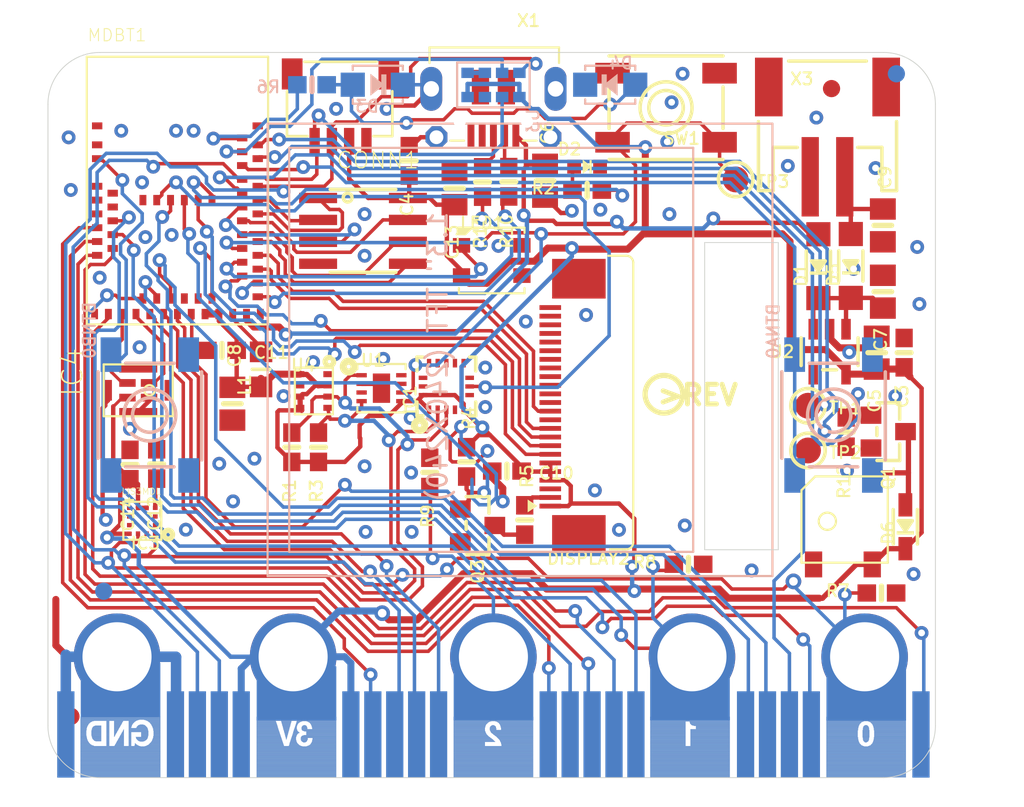
<source format=kicad_pcb>
(kicad_pcb (version 20211014) (generator pcbnew)
  (layers (0 "F.Cu" signal) (31 "B.Cu" signal) (34 "B.Paste" user) (35 "F.Paste" user) (36 "B.SilkS" user "B.Silkscreen") (37 "F.SilkS" user "F.Silkscreen") (38 "B.Mask" user) (39 "F.Mask" user) (44 "Edge.Cuts" user))
  (net 0 "")
  (net 1 "GND")
  (net 2 "VBUS")
  (net 3 "SWDIO")
  (net 4 "SWCLK")
  (net 5 "SPKR")
  (net 6 "3.3V")
  (net 7 "RESET")
  (net 8 "VBAT")
  (net 9 "USBD+")
  (net 10 "USBD-")
  (net 11 "VHI")
  (net 12 "D20/SDA")
  (net 13 "D19/SCL")
  (net 14 "D0/AIN2")
  (net 15 "D1/AIN3")
  (net 16 "D4/AIN6")
  (net 17 "D2/AIN4")
  (net 18 "QSPI_SCK")
  (net 19 "QSPI_DATA1")
  (net 20 "QSPI_DATA2")
  (net 21 "D13/SCK")
  (net 22 "D15/MOSI")
  (net 23 "D14/MISO")
  (net 24 "QSPI_DATA3")
  (net 25 "QSPI_CS")
  (net 26 "QSPI_DATA0")
  (net 27 "NEOPIX")
  (net 28 "D+")
  (net 29 "D-")
  (net 30 "DCCH")
  (net 31 "LED1")
  (net 32 "N$5")
  (net 33 "CAP1")
  (net 34 "N$2")
  (net 35 "PDM_DAT")
  (net 36 "PDM_CLK")
  (net 37 "D5/BUTTON_A")
  (net 38 "D11/BUTTON_B")
  (net 39 "D3/AIN5")
  (net 40 "D10/AIN7")
  (net 41 "D16/AIN1")
  (net 42 "D12/AIN0")
  (net 43 "D8")
  (net 44 "D9")
  (net 45 "D6")
  (net 46 "D7")
  (net 47 "TFT_SCK")
  (net 48 "TFT_MOSI")
  (net 49 "LEDK")
  (net 50 "TFT_DC")
  (net 51 "TFT_CS")
  (net 52 "TFT_RESET")
  (net 53 "BACKLIGHT")
  (net 54 "N$1")
  (net 55 "APDS_IRQ")
  (net 56 "WHITE_LED")
  (net 57 "LSM_IRQ")
  (net 58 "N$3")
  (net 59 "N$4")
  (footprint "boardEagle:0603-NO" (layer "F.Cu") (at 154.0309 91.9817 180)
    (fp_text reference "R2")
    (fp_text value "1K")
  )
  (footprint "boardEagle:BUZZER_SMT_5MM" (layer "F.Cu") (at 168.9434 111.0557 90)
    (fp_text reference "SP1" hide)
    (fp_text value "SPEAKER_BUZZER5MM" hide)
  )
  (footprint "boardEagle:FIDUCIAL_1MM" (layer "F.Cu") (at 168.1851 86.0951)
    (fp_text reference "FID2" hide)
    (fp_text value "FIDUCIAL_1MM" hide)
  )
  (footprint "boardEagle:0603-NO" (layer "F.Cu") (at 127.5541 107.8696 -90)
    (fp_text reference "C14")
    (fp_text value "0.1uF")
  )
  (footprint "boardEagle:4UCONN_20329_SLIM" (layer "F.Cu") (at 148.6011 88.0116 180)
    (fp_text reference "X1")
    (fp_text value "4u20329")
  )
  (footprint "boardEagle:0603-NO" (layer "F.Cu") (at 129.0983 107.8376 -90)
    (fp_text reference "C12")
    (fp_text value "0.1uF")
  )
  (footprint "boardEagle:0805-NO" (layer "F.Cu") (at 146.3481 91.8686 -90)
    (fp_text reference "C13")
    (fp_text value "10uF")
  )
  (footprint "boardEagle:0603-NO" (layer "F.Cu") (at 169.0323 105.9884 -90)
    (fp_text reference "R12")
    (fp_text value "10K")
  )
  (footprint "boardEagle:0805-NO" (layer "F.Cu") (at 170.8 101.3916 -90)
    (fp_text reference "C5")
    (fp_text value "10uF")
  )
  (footprint "boardEagle:SOD-123" (layer "F.Cu") (at 167.4233 96.381 90)
    (fp_text reference "D1")
    (fp_text value "MBR120")
  )
  (footprint "boardEagle:0603-NO" (layer "F.Cu") (at 136.9241 106.8681 -90)
    (fp_text reference "R1")
    (fp_text value "4.7K")
  )
  (footprint "boardEagle:0805-NO" (layer "F.Cu") (at 171.1566 94.0198 90)
    (fp_text reference "C9")
    (fp_text value "10uF")
  )
  (footprint "boardEagle:SOT23-WIDE" (layer "F.Cu") (at 147.6836 111.3986 -90)
    (fp_text reference "Q3")
    (fp_text value "BSS138")
  )
  (footprint "boardEagle:0603-NO" (layer "F.Cu") (at 143.724 90.2805 -90)
    (fp_text reference "C4")
    (fp_text value "0.1uF")
  )
  (footprint "boardEagle:0603-NO" (layer "F.Cu") (at 150.4141 111.0811 90)
    (fp_text reference "R5")
    (fp_text value "10")
  )
  (footprint "boardEagle:0603-NO" (layer "F.Cu") (at 159.901 113.6465 180)
    (fp_text reference "R8")
    (fp_text value "1Mohm")
  )
  (footprint "boardEagle:SOD-123" (layer "F.Cu") (at 169.3011 96.3686 90)
    (fp_text reference "D5")
    (fp_text value "MBR120")
  )
  (footprint "boardEagle:SOD-323" (layer "F.Cu") (at 172.4613 111.4748 90)
    (fp_text reference "D6")
    (fp_text value "1N4148")
  )
  (footprint "boardEagle:JSTPH2" (layer "F.Cu") (at 167.9511 87.5036)
    (fp_text reference "X3")
    (fp_text value "JSTPH")
  )
  (footprint "boardEagle:BMP280" (layer "F.Cu") (at 138.2011 103.6106)
    (fp_text reference "U4")
    (fp_text value "BMP280")
  )
  (footprint "boardEagle:_0805MP" (layer "F.Cu") (at 135.1445 102.3587 90)
    (fp_text reference "L1")
    (fp_text value "DNP")
  )
  (footprint "boardEagle:EVQ-Q2_SMALLER" (layer "F.Cu") (at 158.6011 87.2036 180)
    (fp_text reference "SW1")
    (fp_text value "KMR2")
  )
  (footprint "boardEagle:JST_SH4" (layer "F.Cu") (at 139.7461 86.6336 180)
    (fp_text reference "CONN1")
    (fp_text value "STEMMA_I2C_QT" hide)
  )
  (footprint "boardEagle:SHT3X" (layer "F.Cu") (at 142.1181 103.4476)
    (fp_text reference "U1")
    (fp_text value "SHT30")
  )
  (footprint "boardEagle:FIDUCIAL_1MM" (layer "F.Cu") (at 124.1341 122.4561)
    (fp_text reference "FID1" hide)
    (fp_text value "FIDUCIAL_1MM" hide)
  )
  (footprint "boardEagle:CLUE_BACK" (layer "F.Cu") (at 122.6011 126.0036)
    (fp_text reference "U$37" hide)
    (fp_text value "" hide)
  )
  (footprint "boardEagle:TESTPOINT_ROUND_1.5MM" (layer "F.Cu") (at 162.6315 91.358)
    (fp_text reference "TP3")
    (fp_text value "")
  )
  (footprint "boardEagle:PCBFEAT-REV-056" (layer "F.Cu") (at 158.4788 103.7983)
    (fp_text reference "U$10" hide)
    (fp_text value "" hide)
  )
  (footprint "boardEagle:0603-NO" (layer "F.Cu") (at 147.0486 107.7156 90)
    (fp_text reference "R4")
    (fp_text value "10K")
  )
  (footprint "boardEagle:0805-NO" (layer "F.Cu") (at 171.1575 97.8588 -90)
    (fp_text reference "C7")
    (fp_text value "10uF")
  )
  (footprint "boardEagle:LED3535" (layer "F.Cu") (at 148.5033 96.0508)
    (fp_text reference "LED1")
    (fp_text value "WS2812B3535")
  )
  (footprint "boardEagle:0805-NO" (layer "F.Cu") (at 151.5926 91.4316 90)
    (fp_text reference "C6")
    (fp_text value "10uF")
  )
  (footprint "boardEagle:LGA16_3X3MM" (layer "F.Cu") (at 145.8746 103.3476 90)
    (fp_text reference "IC1")
    (fp_text value "LSM6DS33")
  )
  (footprint "boardEagle:TFT_1.3IN_240X240_24P" (layer "F.Cu") (at 165.2731 114.8276 90)
    (fp_text reference "DISPLAY2")
    (fp_text value "DISP_LCD_ST7789_1.3IN" hide)
  )
  (footprint "boardEagle:LGA12_2X2MM" (layer "F.Cu") (at 128.2661 111.1286 180)
    (fp_text reference "IC3")
    (fp_text value "LIS3MDL")
  )
  (footprint "boardEagle:SOT23-5" (layer "F.Cu") (at 168.0749 101.3336 180)
    (fp_text reference "U2")
    (fp_text value "AP2112(3.3V)")
  )
  (footprint "boardEagle:SOT23-WIDE" (layer "F.Cu") (at 171.4707 105.963 -90)
    (fp_text reference "Q1")
    (fp_text value "BSS138")
  )
  (footprint "boardEagle:0603-NO" (layer "F.Cu") (at 171.077 115.3102 180)
    (fp_text reference "R7")
    (fp_text value "1Mohm")
  )
  (footprint "boardEagle:0603-NO" (layer "F.Cu") (at 138.4721 106.8681 -90)
    (fp_text reference "R3")
    (fp_text value "4.7K")
  )
  (footprint "boardEagle:SOIC8_150MIL" (layer "F.Cu") (at 141.0481 94.3366 -90)
    (fp_text reference "IC2" hide)
    (fp_text value "GD25Q16" hide)
  )
  (footprint "boardEagle:0603-NO" (layer "F.Cu") (at 149.3831 108.2491)
    (fp_text reference "C10")
    (fp_text value "0.1uF")
  )
  (footprint "boardEagle:TESTPOINT_ROUND_1.5MM" (layer "F.Cu") (at 166.8225 107.0552)
    (fp_text reference "TP2")
    (fp_text value "")
  )
  (footprint "boardEagle:0603-NO" (layer "F.Cu") (at 149.4921 91.4936 -90)
    (fp_text reference "R10")
    (fp_text value "22")
  )
  (footprint "boardEagle:MDBT50" (layer "F.Cu") (at 130.3011 92.0036)
    (fp_text reference "MDBT1")
    (fp_text value "MDBT50")
  )
  (footprint "boardEagle:TESTPOINT_ROUND_1.5MM" (layer "F.Cu") (at 166.8225 104.4644)
    (fp_text reference "TP1")
    (fp_text value "")
  )
  (footprint "boardEagle:CHIPLED_0603_NOOUTLINE" (layer "F.Cu") (at 154.0286 90.6181 -90)
    (fp_text reference "D2")
    (fp_text value "RED")
  )
  (footprint "boardEagle:0603-NO" (layer "F.Cu") (at 172.3895 101.39 -90)
    (fp_text reference "C3")
    (fp_text value "0.1uF")
  )
  (footprint "boardEagle:0603-NO" (layer "F.Cu") (at 132.8821 101.2576)
    (fp_text reference "C11")
    (fp_text value "0.1uF")
  )
  (footprint "boardEagle:SPK0415HM4H" (layer "F.Cu") (at 128.0306 103.5696 -90)
    (fp_text reference "IC4")
    (fp_text value "MIC_PDM")
  )
  (footprint "boardEagle:0603-NO" (layer "F.Cu") (at 147.9716 91.5051 -90)
    (fp_text reference "R11")
    (fp_text value "22")
  )
  (footprint "boardEagle:0805-NO" (layer "F.Cu") (at 133.4824 104.3489 90)
    (fp_text reference "C8")
    (fp_text value "10uF")
  )
  (footprint "boardEagle:0603-NO" (layer "F.Cu") (at 144.915 108.3252 -90)
    (fp_text reference "R9")
    (fp_text value "1Mohm")
  )
  (footprint "boardEagle:FIDUCIAL_1MM" (layer "B.Cu") (at 171.9406 85.2366 180)
    (fp_text reference "FID3" hide)
    (fp_text value "FIDUCIAL_1MM" hide)
  )
  (footprint "boardEagle:APDS-9960" (layer "B.Cu") (at 148.6011 85.8846 90)
    (fp_text reference "U3")
    (fp_text value "APDS-9960")
  )
  (footprint "boardEagle:0603-NO" (layer "B.Cu") (at 138.0951 85.8716 180)
    (fp_text reference "R6")
    (fp_text value "10")
  )
  (footprint "boardEagle:6MMX6MM_TACTILE_SMT" (layer "B.Cu") (at 128.7011 105.0036 -90)
    (fp_text reference "BTNB0")
    (fp_text value "6mm" hide)
  )
  (footprint "boardEagle:EVERLIGHT_45-21" (layer "B.Cu") (at 155.3671 85.8716 180)
    (fp_text reference "D4")
    (fp_text value "L130-5780001400001")
  )
  (footprint "boardEagle:FIDUCIAL_1MM" (layer "B.Cu") (at 126.0301 115.2086 180)
    (fp_text reference "FID4" hide)
    (fp_text value "FIDUCIAL_1MM" hide)
  )
  (footprint "boardEagle:MICROBIT_EDGE" (layer "B.Cu") (at 148.6011 126.0036 180)
    (fp_text reference "MB1" hide)
    (fp_text value "MICRO:BIT_EDGE" hide)
  )
  (footprint "boardEagle:CLUE_FRONT" (layer "B.Cu") (at 174.2011 126.0036 180)
    (fp_text reference "U$52" hide)
    (fp_text value "" hide)
  )
  (footprint "boardEagle:EVERLIGHT_45-21" (layer "B.Cu") (at 141.9051 85.8716)
    (fp_text reference "D3")
    (fp_text value "L130-5780001400001")
  )
  (footprint "boardEagle:6MMX6MM_TACTILE_SMT" (layer "B.Cu") (at 168.3011 105.0036 -90)
    (fp_text reference "BTNA0")
    (fp_text value "6mm" hide)
  )
  (gr_arc (start 125.8011 126.0036) (mid 123.67978 125.12492) (end 122.8011 123.0036) (layer "Edge.Cuts") (width 0.05))
  (gr_line (start 174.2011 123.0036) (end 174.2011 87.0036) (layer "Edge.Cuts") (width 0.05))
  (gr_line (start 160.8381 112.8036) (end 165.1011 112.8036) (layer "Edge.Cuts") (width 0.05))
  (gr_arc (start 174.2011 123.0036) (mid 173.32242 125.12492) (end 171.2011 126.0036) (layer "Edge.Cuts") (width 0.05))
  (gr_line (start 160.8381 95.0146) (end 160.8381 112.8036) (layer "Edge.Cuts") (width 0.05))
  (gr_line (start 171.2011 84.0036) (end 125.8011 84.0036) (layer "Edge.Cuts") (width 0.05))
  (gr_line (start 165.1011 112.8036) (end 165.1011 95.0146) (layer "Edge.Cuts") (width 0.05))
  (gr_arc (start 171.2011 84.0036) (mid 173.32242 84.88228) (end 174.2011 87.0036) (layer "Edge.Cuts") (width 0.05))
  (gr_line (start 125.8011 126.0036) (end 171.2011 126.0036) (layer "Edge.Cuts") (width 0.05))
  (gr_line (start 165.1011 95.0146) (end 160.8381 95.0146) (layer "Edge.Cuts") (width 0.05))
  (gr_line (start 122.8011 87.0036) (end 122.8011 123.0036) (layer "Edge.Cuts") (width 0.05))
  (gr_arc (start 122.8011 87.0036) (mid 123.67978 84.88228) (end 125.8011 84.0036) (layer "Edge.Cuts") (width 0.05))
  (segment (start 147.66715 107.7156) (end 146.2231 107.7156) (width 0.2032) (layer "F.Cu") (net 1))
  (segment (start 141.8681 103.1976) (end 142.1181 103.4476) (width 0.254) (layer "F.Cu") (net 1))
  (segment (start 142.6036 87.0781) (end 142.4131 87.2686) (width 0.254) (layer "F.Cu") (net 1))
  (segment (start 125.9666 110.8856) (end 126.1516 111.0706) (width 0.254) (layer "F.Cu") (net 1))
  (segment (start 123.2583 118.3423) (end 123.2583 115.682225) (width 0.4064) (layer "F.Cu") (net 1))
  (segment (start 133.4824 105.033754) (end 133.4824 105.2989) (width 0.4064) (layer "F.Cu") (net 1))
  (segment (start 143.724 89.4305) (end 143.8707 89.4305) (width 0.254) (layer "F.Cu") (net 1))
  (segment (start 144.3896 88.9116) (end 145.3011 88.9116) (width 0.254) (layer "F.Cu") (net 1))
  (segment (start 143.8707 89.4305) (end 144.3896 88.9116) (width 0.254) (layer "F.Cu") (net 1))
  (segment (start 153.0176 93.3011) (end 153.1446 93.1741) (width 0.254) (layer "F.Cu") (net 1))
  (segment (start 148.2551 107.0806) (end 147.8534 107.4823) (width 0.2032) (layer "F.Cu") (net 1))
  (segment (start 146.2231 107.7156) (end 146.0961 107.5886) (width 0.2032) (layer "F.Cu") (net 1))
  (segment (start 170.13 101.1116) (end 170.8 100.4416) (width 0.4064) (layer "F.Cu") (net 1))
  (segment (start 148.5331 108.6286) (end 149.1441 109.2396) (width 0.4064) (layer "F.Cu") (net 1))
  (segment (start 146.0961 106.3186) (end 146.7311 105.6836) (width 0.2032) (layer "F.Cu") (net 1))
  (segment (start 140.9681 103.1976) (end 141.8681 103.1976) (width 0.254) (layer "F.Cu") (net 1))
  (segment (start 126.2806 103.5696) (end 126.2806 104.153569) (width 0.254) (layer "F.Cu") (net 1))
  (segment (start 168.6386 101.1116) (end 170.13 101.1116) (width 0.4064) (layer "F.Cu") (net 1))
  (segment (start 126.12375 104.44695) (end 125.9666 104.6041) (width 0.254) (layer "F.Cu") (net 1))
  (segment (start 152.5096 93.3011) (end 153.0176 93.3011) (width 0.254) (layer "F.Cu") (net 1))
  (segment (start 151.5926 92.3816) (end 152.5096 93.2986) (width 0.254) (layer "F.Cu") (net 1))
  (segment (start 144.0346 87.0781) (end 142.6036 87.0781) (width 0.254) (layer "F.Cu") (net 1))
  (segment (start 152.5096 93.2986) (end 152.5096 93.3011) (width 0.254) (layer "F.Cu") (net 1))
  (segment (start 145.0011 86.1116) (end 144.0346 87.0781) (width 0.254) (layer "F.Cu") (net 1))
  (segment (start 148.5331 108.2491) (end 148.5331 108.6286) (width 0.4064) (layer "F.Cu") (net 1))
  (segment (start 126.2806 104.153569) (end 126.12375 104.310419) (width 0.254) (layer "F.Cu") (net 1))
  (segment (start 149.1441 109.2396) (end 149.1441 110.0016) (width 0.4064) (layer "F.Cu") (net 1))
  (segment (start 123.9196 119.0036) (end 123.2583 118.3423) (width 0.4064) (layer "F.Cu") (net 1))
  (segment (start 128.6556 103.9946) (end 128.6556 104.1946) (width 0.254) (layer "F.Cu") (net 1))
  (segment (start 168.0749 100.5479) (end 168.6386 101.1116) (width 0.4064) (layer "F.Cu") (net 1))
  (segment (start 126.8011 119.0036) (end 123.9196 119.0036) (width 0.4064) (layer "F.Cu") (net 1))
  (segment (start 128.6556 104.1946) (end 128.0306 104.8196) (width 0.254) (layer "F.Cu") (net 1))
  (segment (start 125.9666 104.6041) (end 125.9666 110.8856) (width 0.254) (layer "F.Cu") (net 1))
  (segment (start 126.12375 104.310419) (end 126.12375 104.44695) (width 0.254) (layer "F.Cu") (net 1))
  (segment (start 146.0961 107.5886) (end 146.0961 106.3186) (width 0.2032) (layer "F.Cu") (net 1))
  (segment (start 147.8534 107.4823) (end 147.8534 107.52935) (width 0.2032) (layer "F.Cu") (net 1))
  (segment (start 168.0749 100.0335) (end 168.0749 100.5479) (width 0.4064) (layer "F.Cu") (net 1))
  (segment (start 147.8534 107.52935) (end 147.66715 107.7156) (width 0.2032) (layer "F.Cu") (net 1))
  (via (at 134.7596 107.5311) (size 0.8001) (drill 0.3937) (layers "F.Cu" "B.Cu") (net 1))
  (via (at 165.6541 90.5706) (size 0.8001) (drill 0.3937) (layers "F.Cu" "B.Cu") (net 1))
  (via (at 142.4131 87.2686) (size 0.8001) (drill 0.3937) (layers "F.Cu" "B.Cu") (net 1))
  (via (at 131.2371 88.5386) (size 0.8001) (drill 0.3937) (layers "F.Cu" "B.Cu") (net 1))
  (via (at 170.7341 90.6976) (size 0.8001) (drill 0.3937) (layers "F.Cu" "B.Cu") (net 1))
  (via (at 146.7311 105.6836) (size 0.8001) (drill 0.3937) (layers "F.Cu" "B.Cu") (net 1))
  (via (at 148.8901 95.2061) (size 0.8001) (drill 0.3937) (layers "F.Cu" "B.Cu") (net 1))
  (via (at 126.1516 111.0706) (size 0.8001) (drill 0.3937) (layers "F.Cu" "B.Cu") (net 1))
  (via (at 133.5231 110.0016) (size 0.8001) (drill 0.3937) (layers "F.Cu" "B.Cu") (net 1))
  (via (at 142.2226 101.7466) (size 0.8001) (drill 0.3937) (layers "F.Cu" "B.Cu") (net 1))
  (via (at 132.7229 107.8231) (size 0.8001) (drill 0.3937) (layers "F.Cu" "B.Cu") (net 1))
  (via (at 158.9231 86.8876) (size 0.8001) (drill 0.3937) (layers "F.Cu" "B.Cu") (net 1))
  (via (at 169.2101 101.3656) (size 0.8001) (drill 0.3937) (layers "F.Cu" "B.Cu") (net 1))
  (via (at 128.2526 91.5231) (size 0.8001) (drill 0.3937) (layers "F.Cu" "B.Cu") (net 1))
  (via (at 150.4776 99.5876) (size 0.8001) (drill 0.3937) (layers "F.Cu" "B.Cu") (net 1))
  (via (at 153.9701 99.2066) (size 0.8001) (drill 0.3937) (layers "F.Cu" "B.Cu") (net 1))
  (via (at 141.1431 107.9696) (size 0.8001) (drill 0.3937) (layers "F.Cu" "B.Cu") (net 1))
  (via (at 143.8355 108.3379) (size 0.8001) (drill 0.3937) (layers "F.Cu" "B.Cu") (net 1))
  (via (at 154.7956 93.1106) (size 0.8001) (drill 0.3937) (layers "F.Cu" "B.Cu") (net 1))
  (via (at 136.4441 103.9056) (size 0.8001) (drill 0.3937) (layers "F.Cu" "B.Cu") (net 1))
  (via (at 127.5486 105.8001) (size 0.8001) (drill 0.3937) (layers "F.Cu" "B.Cu") (net 1))
  (via (at 158.6691 89.1736) (size 0.8001) (drill 0.3937) (layers "F.Cu" "B.Cu") (net 1))
  (via (at 154.4781 109.3666) (size 0.8001) (drill 0.3937) (layers "F.Cu" "B.Cu") (net 1))
  (via (at 167.3051 87.7766) (size 0.8001) (drill 0.3937) (layers "F.Cu" "B.Cu") (net 1))
  (via (at 148.2551 107.0806) (size 0.8001) (drill 0.3937) (layers "F.Cu" "B.Cu") (net 1))
  (via (at 123.9981 88.9196) (size 0.8001) (drill 0.3937) (layers "F.Cu" "B.Cu") (net 1))
  (via (at 169.0831 108.2236) (size 0.8001) (drill 0.3937) (layers "F.Cu" "B.Cu") (net 1))
  (via (at 124.1251 91.9676) (size 0.8001) (drill 0.3937) (layers "F.Cu" "B.Cu") (net 1))
  (via (at 143.8681 111.7691) (size 0.8001) (drill 0.3937) (layers "F.Cu" "B.Cu") (net 1))
  (via (at 159.5581 85.2366) (size 0.8001) (drill 0.3937) (layers "F.Cu" "B.Cu") (net 1))
  (via (at 138.1586 101.9371) (size 0.8001) (drill 0.3937) (layers "F.Cu" "B.Cu") (net 1))
  (via (at 173.2741 98.5716) (size 0.8001) (drill 0.3937) (layers "F.Cu" "B.Cu") (net 1))
  (via (at 128.1074 101.0757) (size 0.8001) (drill 0.3937) (layers "F.Cu" "B.Cu") (net 1))
  (via (at 148.1281 104.5406) (size 0.8001) (drill 0.3937) (layers "F.Cu" "B.Cu") (net 1))
  (via (at 153.1446 93.1741) (size 0.8001) (drill 0.3937) (layers "F.Cu" "B.Cu") (net 1))
  (via (at 130.7871 111.6421) (size 0.8001) (drill 0.3937) (layers "F.Cu" "B.Cu") (net 1))
  (via (at 163.5586 114.0021) (size 0.8001) (drill 0.3937) (layers "F.Cu" "B.Cu") (net 1))
  (via (at 172.9376 114.2141) (size 0.8001) (drill 0.3937) (layers "F.Cu" "B.Cu") (net 1))
  (via (at 129.9671 94.5711) (size 0.8001) (drill 0.3937) (layers "F.Cu" "B.Cu") (net 1))
  (via (at 148.1281 102.2546) (size 0.8001) (drill 0.3937) (layers "F.Cu" "B.Cu") (net 1))
  (via (at 158.7961 93.3646) (size 0.8001) (drill 0.3937) (layers "F.Cu" "B.Cu") (net 1))
  (via (at 143.8101 105.1756) (size 0.8001) (drill 0.3937) (layers "F.Cu" "B.Cu") (net 1))
  (via (at 159.6851 111.3986) (size 0.8001) (drill 0.3937) (layers "F.Cu" "B.Cu") (net 1))
  (via (at 169.4641 96.5396) (size 0.8001) (drill 0.3937) (layers "F.Cu" "B.Cu") (net 1))
  (via (at 128.4431 94.6981) (size 0.8001) (drill 0.3937) (layers "F.Cu" "B.Cu") (net 1))
  (via (at 139.4921 87.2686) (size 0.8001) (drill 0.3937) (layers "F.Cu" "B.Cu") (net 1))
  (via (at 125.7991 97.0476) (size 0.8001) (drill 0.3937) (layers "F.Cu" "B.Cu") (net 1))
  (via (at 173.1471 95.2696) (size 0.8001) (drill 0.3937) (layers "F.Cu" "B.Cu") (net 1))
  (via (at 141.1431 93.3646) (size 0.8001) (drill 0.3937) (layers "F.Cu" "B.Cu") (net 1))
  (via (at 130.2211 88.5386) (size 0.8001) (drill 0.3937) (layers "F.Cu" "B.Cu") (net 1))
  (via (at 171.8771 103.9056) (size 0.8001) (drill 0.3937) (layers "F.Cu" "B.Cu") (net 1))
  (via (at 141.2011 111.7691) (size 0.8001) (drill 0.3937) (layers "F.Cu" "B.Cu") (net 1))
  (via (at 155.8751 111.6526) (size 0.8001) (drill 0.3937) (layers "F.Cu" "B.Cu") (net 1))
  (via (at 141.1431 95.7776) (size 0.8001) (drill 0.3937) (layers "F.Cu" "B.Cu") (net 1))
  (via (at 127.0461 88.5386) (size 0.8001) (drill 0.3937) (layers "F.Cu" "B.Cu") (net 1))
  (via (at 149.1441 110.0016) (size 0.8001) (drill 0.3937) (layers "F.Cu" "B.Cu") (net 1))
  (segment (start 123.8361 118.8916) (end 123.8361 123.5036) (width 0.6096) (layer "B.Cu") (net 1))
  (segment (start 146.7311 106.378863) (end 148.76945 108.417213) (width 0.2032) (layer "B.Cu") (net 1))
  (segment (start 148.356562 110.19845) (end 147.772637 110.19845) (width 0.2032) (layer "B.Cu") (net 1))
  (segment (start 130.2061 119.0036) (end 130.2211 119.0186) (width 0.6096) (layer "B.Cu") (net 1))
  (segment (start 148.76945 109.785563) (end 148.356562 110.19845) (width 0.2032) (layer "B.Cu") (net 1))
  (segment (start 130.2211 119.0186) (end 130.2211 123.4686) (width 0.6096) (layer "B.Cu") (net 1))
  (segment (start 147.35975 109.785563) (end 147.35975 108.72525) (width 0.2032) (layer "B.Cu") (net 1))
  (segment (start 148.76945 108.417213) (end 148.76945 109.785563) (width 0.2032) (layer "B.Cu") (net 1))
  (segment (start 147.772637 110.19845) (end 147.35975 109.785563) (width 0.2032) (layer "B.Cu") (net 1))
  (segment (start 126.8011 119.0036) (end 123.9481 119.0036) (width 0.6096) (layer "B.Cu") (net 1))
  (segment (start 144.7611 85.8716) (end 145.0011 86.1116) (width 0.2032) (layer "B.Cu") (net 1))
  (segment (start 123.9481 119.0036) (end 123.8361 118.8916) (width 0.6096) (layer "B.Cu") (net 1))
  (segment (start 146.7311 105.6836) (end 146.7311 106.378863) (width 0.2032) (layer "B.Cu") (net 1))
  (segment (start 143.3551 85.8716) (end 144.7611 85.8716) (width 0.2032) (layer "B.Cu") (net 1))
  (segment (start 126.8011 119.0036) (end 130.2061 119.0036) (width 0.6096) (layer "B.Cu") (net 1))
  (segment (start 130.2211 123.4686) (end 130.1861 123.5036) (width 0.6096) (layer "B.Cu") (net 1))
  (segment (start 150.48395 89.36945) (end 150.48395 90.62775) (width 0.254) (layer "F.Cu") (net 2))
  (segment (start 150.6301 90.4816) (end 151.5926 90.4816) (width 0.254) (layer "F.Cu") (net 2))
  (segment (start 134.3011 99.1536) (end 134.3011 99.4766) (width 0.4064) (layer "F.Cu") (net 2))
  (segment (start 136.1901 99.9051) (end 134.7296 99.9051) (width 0.4064) (layer "F.Cu") (net 2))
  (segment (start 152.2556 93.9361) (end 155.617387 93.9361) (width 0.254) (layer "F.Cu") (net 2))
  (segment (start 155.617387 93.9361) (end 155.7481 93.805388) (width 0.254) (layer "F.Cu") (net 2))
  (segment (start 166.2887 93.8726) (end 161.5901 93.8726) (width 0.254) (layer "F.Cu") (net 2))
  (segment (start 152.069575 93.750075) (end 150.67445 93.750075) (width 0.254) (layer "F.Cu") (net 2))
  (segment (start 134.3011 99.4766) (end 134.7296 99.9051) (width 0.4064) (layer "F.Cu") (net 2))
  (segment (start 150.35695 90.75475) (end 150.48395 90.62775) (width 0.254) (layer "F.Cu") (net 2))
  (segment (start 152.069575 93.750075) (end 152.2556 93.9361) (width 0.254) (layer "F.Cu") (net 2))
  (segment (start 150.48395 90.62775) (end 150.6301 90.4816) (width 0.254) (layer "F.Cu") (net 2))
  (segment (start 150.35695 93.432575) (end 150.67445 93.750075) (width 0.254) (layer "F.Cu") (net 2))
  (segment (start 136.5711 100.3496) (end 136.5711 100.2861) (width 0.4064) (layer "F.Cu") (net 2))
  (segment (start 150.35695 93.432575) (end 150.35695 90.75475) (width 0.254) (layer "F.Cu") (net 2))
  (segment (start 167.4233 94.531) (end 166.9471 94.531) (width 0.254) (layer "F.Cu") (net 2))
  (segment (start 136.5711 100.2861) (end 136.1901 99.9051) (width 0.4064) (layer "F.Cu") (net 2))
  (segment (start 161.5901 93.8726) (end 161.3361 93.6186) (width 0.254) (layer "F.Cu") (net 2))
  (segment (start 149.9011 88.7866) (end 150.48395 89.36945) (width 0.254) (layer "F.Cu") (net 2))
  (segment (start 166.9471 94.531) (end 166.2887 93.8726) (width 0.254) (layer "F.Cu") (net 2))
  (via (at 155.7481 93.805388) (size 0.8001) (drill 0.3937) (layers "F.Cu" "B.Cu") (net 2))
  (via (at 161.3361 93.6186) (size 0.8001) (drill 0.3937) (layers "F.Cu" "B.Cu") (net 2))
  (via (at 136.5711 100.3496) (size 0.8001) (drill 0.3937) (layers "F.Cu" "B.Cu") (net 2))
  (via (at 150.35695 93.432575) (size 0.8001) (drill 0.3937) (layers "F.Cu" "B.Cu") (net 2))
  (segment (start 160.760125 94.194575) (end 161.3361 93.6186) (width 0.254) (layer "B.Cu") (net 2))
  (segment (start 156.137287 94.194575) (end 160.760125 94.194575) (width 0.254) (layer "B.Cu") (net 2))
  (segment (start 150.5411 93.616725) (end 150.35695 93.432575) (width 0.254) (layer "B.Cu") (net 2))
  (segment (start 155.7481 93.805388) (end 156.137287 94.194575) (width 0.254) (layer "B.Cu") (net 2))
  (segment (start 136.5711 100.3496) (end 136.6346 100.2861) (width 0.254) (layer "B.Cu") (net 2))
  (segment (start 150.5411 93.616725) (end 150.5411 96.134263) (width 0.254) (layer "B.Cu") (net 2))
  (segment (start 146.389262 100.2861) (end 150.5411 96.134263) (width 0.254) (layer "B.Cu") (net 2))
  (segment (start 146.389262 100.2861) (end 136.6346 100.2861) (width 0.254) (layer "B.Cu") (net 2))
  (segment (start 167.78295 104.4136) (end 167.73215 104.4644) (width 0.2032) (layer "F.Cu") (net 3))
  (segment (start 135.0421 90.0626) (end 135.9361 90.0626) (width 0.2032) (layer "F.Cu") (net 3))
  (segment (start 167.73215 104.4644) (end 166.8225 104.4644) (width 0.2032) (layer "F.Cu") (net 3))
  (segment (start 134.9511 90.1536) (end 135.0421 90.0626) (width 0.2032) (layer "F.Cu") (net 3))
  (via (at 135.9361 90.0626) (size 0.8001) (drill 0.3937) (layers "F.Cu" "B.Cu") (net 3))
  (via (at 167.78295 104.4136) (size 0.8001) (drill 0.3937) (layers "F.Cu" "B.Cu") (net 3))
  (segment (start 162.698237 90.723) (end 167.5226 95.547363) (width 0.2032) (layer "B.Cu") (net 3))
  (segment (start 140.400025 90.723) (end 162.698237 90.723) (width 0.2032) (layer "B.Cu") (net 3))
  (segment (start 167.5226 95.547363) (end 167.5226 104.15325) (width 0.2032) (layer "B.Cu") (net 3))
  (segment (start 167.5226 104.15325) (end 167.78295 104.4136) (width 0.2032) (layer "B.Cu") (net 3))
  (segment (start 139.130025 89.453) (end 140.400025 90.723) (width 0.2032) (layer "B.Cu") (net 3))
  (segment (start 136.9267 89.453) (end 139.130025 89.453) (width 0.2032) (layer "B.Cu") (net 3))
  (segment (start 136.1266 90.2531) (end 136.9267 89.453) (width 0.2032) (layer "B.Cu") (net 3))
  (segment (start 135.9361 90.0626) (end 136.1266 90.2531) (width 0.2032) (layer "B.Cu") (net 3))
  (segment (start 136.1901 89.0466) (end 135.4281 89.0466) (width 0.2032) (layer "F.Cu") (net 4))
  (segment (start 134.9511 89.3536) (end 135.1211 89.3536) (width 0.2032) (layer "F.Cu") (net 4))
  (segment (start 166.8225 106.89805) (end 166.8225 107.0552) (width 0.2032) (layer "F.Cu") (net 4))
  (segment (start 167.78295 105.9376) (end 166.8225 106.89805) (width 0.2032) (layer "F.Cu") (net 4))
  (segment (start 135.4281 89.0466) (end 135.1211 89.3536) (width 0.2032) (layer "F.Cu") (net 4))
  (via (at 136.1901 89.0466) (size 0.8001) (drill 0.3937) (layers "F.Cu" "B.Cu") (net 4))
  (via (at 167.78295 105.9376) (size 0.8001) (drill 0.3937) (layers "F.Cu" "B.Cu") (net 4))
  (segment (start 168.4878 104.705563) (end 167.78295 105.41041) (width 0.2032) (layer "B.Cu") (net 4))
  (segment (start 167.929 95.379025) (end 167.929 103.562838) (width 0.2032) (layer "B.Cu") (net 4))
  (segment (start 167.929 103.562838) (end 168.4878 104.121638) (width 0.2032) (layer "B.Cu") (net 4))
  (segment (start 136.1901 89.0466) (end 139.298362 89.0466) (width 0.2032) (layer "B.Cu") (net 4))
  (segment (start 168.4878 104.121638) (end 168.4878 104.705563) (width 0.2032) (layer "B.Cu") (net 4))
  (segment (start 140.568362 90.3166) (end 162.866575 90.3166) (width 0.2032) (layer "B.Cu") (net 4))
  (segment (start 167.78295 105.41041) (end 167.78295 105.9376) (width 0.2032) (layer "B.Cu") (net 4))
  (segment (start 139.298362 89.0466) (end 140.568362 90.3166) (width 0.2032) (layer "B.Cu") (net 4))
  (segment (start 162.866575 90.3166) (end 167.929 95.379025) (width 0.2032) (layer "B.Cu") (net 4))
  (segment (start 170.4707 105.013) (end 170.3453 105.1384) (width 0.2032) (layer "F.Cu") (net 5))
  (segment (start 169.7181 105.1384) (end 169.0323 105.1384) (width 0.2032) (layer "F.Cu") (net 5))
  (segment (start 133.7559 91.8584) (end 133.62485 91.8584) (width 0.2032) (layer "F.Cu") (net 5))
  (segment (start 134.0511 92.1536) (end 133.7559 91.8584) (width 0.2032) (layer "F.Cu") (net 5))
  (segment (start 169.7181 103.7786) (end 169.7181 105.1384) (width 0.2032) (layer "F.Cu") (net 5))
  (segment (start 170.3453 105.1384) (end 169.7181 105.1384) (width 0.2032) (layer "F.Cu") (net 5))
  (segment (start 133.0038 91.23735) (end 132.751231 91.23735) (width 0.2032) (layer "F.Cu") (net 5))
  (segment (start 133.62485 91.8584) (end 133.0038 91.23735) (width 0.2032) (layer "F.Cu") (net 5))
  (via (at 169.7181 103.7786) (size 0.8001) (drill 0.3937) (layers "F.Cu" "B.Cu") (net 5))
  (via (at 132.751231 91.23735) (size 0.8001) (drill 0.3937) (layers "F.Cu" "B.Cu") (net 5))
  (segment (start 139.039787 89.9375) (end 140.231687 91.1294) (width 0.2032) (layer "B.Cu") (net 5))
  (segment (start 137.13435 89.9375) (end 139.039787 89.9375) (width 0.2032) (layer "B.Cu") (net 5))
  (segment (start 135.8345 91.23735) (end 137.13435 89.9375) (width 0.2032) (layer "B.Cu") (net 5))
  (segment (start 167.0781 106.229563) (end 167.548137 106.6996) (width 0.2032) (layer "B.Cu") (net 5))
  (segment (start 167.548137 106.6996) (end 168.1941 106.6996) (width 0.2032) (layer "B.Cu") (net 5))
  (segment (start 132.751231 91.23735) (end 135.8345 91.23735) (width 0.2032) (layer "B.Cu") (net 5))
  (segment (start 162.5299 91.1294) (end 167.0781 95.6776) (width 0.2032) (layer "B.Cu") (net 5))
  (segment (start 140.231687 91.1294) (end 162.5299 91.1294) (width 0.2032) (layer "B.Cu") (net 5))
  (segment (start 169.7181 105.1756) (end 169.7181 103.7786) (width 0.2032) (layer "B.Cu") (net 5))
  (segment (start 168.1941 106.6996) (end 169.7181 105.1756) (width 0.2032) (layer "B.Cu") (net 5))
  (segment (start 167.0781 95.6776) (end 167.0781 106.229563) (width 0.2032) (layer "B.Cu") (net 5))
  (segment (start 141.3971 105.0486) (end 140.8541 105.5916) (width 0.254) (layer "F.Cu") (net 6))
  (segment (start 151.8951 110.2776) (end 152.9321 110.2776) (width 0.254) (layer "F.Cu") (net 6))
  (segment (start 138.289025 103.28965) (end 138.43165 103.28965) (width 0.254) (layer "F.Cu") (net 6))
  (segment (start 128.5161 110.3786) (end 128.0161 110.3786) (width 0.254) (layer "F.Cu") (net 6))
  (segment (start 169.0249 102.3869) (end 167.8512 101.2132) (width 0.4064) (layer "F.Cu") (net 6))
  (segment (start 152.7461 108.7776) (end 151.8951 108.7776) (width 0.254) (layer "F.Cu") (net 6))
  (segment (start 138.4721 107.7181) (end 139.9976 107.7181) (width 0.254) (layer "F.Cu") (net 6))
  (segment (start 127.5541 108.7196) (end 127.7326 108.7196) (width 0.254) (layer "F.Cu") (net 6))
  (segment (start 146.7533 96.6253) (end 145.9056 95.7776) (width 0.254) (layer "F.Cu") (net 6))
  (segment (start 157.3991 94.5076) (end 157.2721 94.5076) (width 0.4064) (layer "F.Cu") (net 6))
  (segment (start 126.98735 109.3666) (end 126.98735 111.3351) (width 0.254) (layer "F.Cu") (net 6))
  (segment (start 147.9626 105.7221) (end 148.4071 106.1666) (width 0.254) (layer "F.Cu") (net 6))
  (segment (start 127.5161 111.8786) (end 126.44385 111.8786) (width 0.254) (layer "F.Cu") (net 6))
  (segment (start 165.3366 94.5076) (end 157.3991 94.5076) (width 0.4064) (layer "F.Cu") (net 6))
  (segment (start 146.7533 96.9258) (end 146.7533 96.6253) (width 0.254) (layer "F.Cu") (net 6))
  (segment (start 127.1095 103.9946) (end 126.6043 104.4998) (width 0.1778) (layer "F.Cu") (net 6))
  (segment (start 151.686606 115.0816) (end 150.797606 114.1926) (width 0.4064) (layer "F.Cu") (net 6))
  (segment (start 135.1445 102.889) (end 135.1445 103.3747) (width 0.4064) (layer "F.Cu") (net 6))
  (segment (start 167.8512 101.2132) (end 166.1367 101.2132) (width 0.4064) (layer "F.Cu") (net 6))
  (segment (start 144.1746 104.1976) (end 144.5246 103.8476) (width 0.254) (layer "F.Cu") (net 6))
  (segment (start 161.673525 115.0816) (end 156.7641 115.0816) (width 0.4064) (layer "F.Cu") (net 6))
  (segment (start 151.8951 108.2776) (end 150.2616 108.2776) (width 0.254) (layer "F.Cu") (net 6))
  (segment (start 126.58095 107.74645) (end 127.5541 108.7196) (width 0.254) (layer "F.Cu") (net 6))
  (segment (start 148.226325 97.3703) (end 147.1978 97.3703) (width 0.4064) (layer "F.Cu") (net 6))
  (segment (start 167.473812 115.611388) (end 167.664312 115.611388) (width 0.3048) (layer "F.Cu") (net 6))
  (segment (start 143.2681 104.1976) (end 144.1746 104.1976) (width 0.254) (layer "F.Cu") (net 6))
  (segment (start 146.8581 114.1926) (end 144.1911 116.8596) (width 0.4064) (layer "F.Cu") (net 6))
  (segment (start 141.3971 105.0486) (end 142.5401 105.0486) (width 0.254) (layer "F.Cu") (net 6))
  (segment (start 140.2461 89.1476) (end 140.2461 91.3246) (width 0.254) (layer "F.Cu") (net 6))
  (segment (start 165.7811 100.8576) (end 165.7811 94.9521) (width 0.4064) (layer "F.Cu") (net 6))
  (segment (start 144.1911 116.8596) (end 142.5401 116.8596) (width 0.4064) (layer "F.Cu") (net 6))
  (segment (start 143.724 91.1305) (end 143.724 92.3557) (width 0.254) (layer "F.Cu") (net 6))
  (segment (start 143.2681 104.1976) (end 143.2681 104.3206) (width 0.254) (layer "F.Cu") (net 6))
  (segment (start 172.2879 102.3416) (end 172.3895 102.24) (width 0.254) (layer "F.Cu") (net 6))
  (segment (start 172.4613 112.7448) (end 173.4011 111.805) (width 0.254) (layer "F.Cu") (net 6))
  (segment (start 156.7641 115.0816) (end 151.686606 115.0816) (width 0.4064) (layer "F.Cu") (net 6))
  (segment (start 127.5541 108.79985) (end 126.98735 109.3666) (width 0.254) (layer "F.Cu") (net 6))
  (segment (start 145.2961 92.8186) (end 144.9091 92.4316) (width 0.254) (layer "F.Cu") (net 6))
  (segment (start 145.9056 95.7776) (end 145.9056 93.0091) (width 0.254) (layer "F.Cu") (net 6))
  (segment (start 133.7321 103.1492) (end 133.4824 103.3989) (width 0.254) (layer "F.Cu") (net 6))
  (segment (start 144.3746 104.1976) (end 144.1746 104.1976) (width 0.254) (layer "F.Cu") (net 6))
  (segment (start 138.4476 103.3056) (end 139.0011 103.2856) (width 0.3048) (layer "F.Cu") (net 6))
  (segment (start 162.203312 115.611388) (end 161.673525 115.0816) (width 0.4064) (layer "F.Cu") (net 6))
  (segment (start 138.4721 107.7181) (end 136.9241 107.7181) (width 0.254) (layer "F.Cu") (net 6))
  (segment (start 128.0161 109.0031) (end 127.7326 108.7196) (width 0.254) (layer "F.Cu") (net 6))
  (segment (start 135.8836 102.6356) (end 135.1445 103.3747) (width 0.4064) (layer "F.Cu") (net 6))
  (segment (start 153.0811 110.1286) (end 153.0811 109.1126) (width 0.254) (layer "F.Cu") (net 6))
  (segment (start 133.7321 101.2576) (end 133.7321 100.584) (width 0.254) (layer "F.Cu") (net 6))
  (segment (start 170.5434 113.6557) (end 171.4543 112.7448) (width 0.3048) (layer "F.Cu") (net 6))
  (segment (start 126.22535 112.0971) (end 126.98735 111.3351) (width 0.254) (layer "F.Cu") (net 6))
  (segment (start 136.0939 106.8879) (end 136.0939 104.8273) (width 0.254) (layer "F.Cu") (net 6))
  (segment (start 140.8891 106.3536) (end 140.8541 106.3186) (width 0.254) (layer "F.Cu") (net 6))
  (segment (start 150.797606 114.1926) (end 146.8581 114.1926) (width 0.4064) (layer "F.Cu") (net 6))
  (segment (start 137.4011 102.6356) (end 135.8836 102.6356) (width 0.4064) (layer "F.Cu") (net 6))
  (segment (start 149.501525 96.0951) (end 148.226325 97.3703) (width 0.4064) (layer "F.Cu") (net 6))
  (segment (start 147.1978 97.3703) (end 146.7533 96.9258) (width 0.4064) (layer "F.Cu") (net 6))
  (segment (start 151.8951 107.7776) (end 151.8951 108.2776) (width 0.254) (layer "F.Cu") (net 6))
  (segment (start 146.366575 103.8476) (end 144.5246 103.8476) (width 0.254) (layer "F.Cu") (net 6))
  (segment (start 171.4543 112.7448) (end 172.4613 112.7448) (width 0.3048) (layer "F.Cu") (net 6))
  (segment (start 148.4071 106.1666) (end 150.2331 107.9926) (width 0.254) (layer "F.Cu") (net 6))
  (segment (start 133.4824 103.3989) (end 133.5091 103.3722) (width 0.254) (layer "F.Cu") (net 6))
  (segment (start 138.43165 103.28965) (end 138.4476 103.3056) (width 0.3048) (layer "F.Cu") (net 6))
  (segment (start 147.8991 105.7221) (end 147.9626 105.7221) (width 0.254) (layer "F.Cu") (net 6))
  (segment (start 133.7321 101.2576) (end 133.7321 103.1492) (width 0.254) (layer "F.Cu") (net 6))
  (segment (start 135.135 103.3722) (end 135.135 102.8795) (width 0.254) (layer "F.Cu") (net 6))
  (segment (start 137.4131 104.6041) (end 137.495478 104.7311) (width 0.3048) (layer "F.Cu") (net 6))
  (segment (start 141.3531 92.4316) (end 143.6481 92.4316) (width 0.254) (layer "F.Cu") (net 6))
  (segment (start 140.8891 106.8266) (end 140.8891 106.3536) (width 0.254) (layer "F.Cu") (net 6))
  (segment (start 126.58095 104.4998) (end 126.58095 107.74645) (width 0.254) (layer "F.Cu") (net 6))
  (segment (start 144.9091 92.4316) (end 143.6481 92.4316) (width 0.254) (layer "F.Cu") (net 6))
  (segment (start 172.7296 102.7833) (end 172.2879 102.3416) (width 0.4064) (layer "F.Cu") (net 6))
  (segment (start 146.8746 104.355625) (end 146.8746 104.6976) (width 0.254) (layer "F.Cu") (net 6))
  (segment (start 173.4011 103.4548) (end 172.7296 102.7833) (width 0.254) (layer "F.Cu") (net 6))
  (segment (start 143.724 92.3557) (end 143.6481 92.4316) (width 0.254) (layer "F.Cu") (net 6))
  (segment (start 153.1446 95.3331) (end 151.7476 95.3331) (width 0.4064) (layer "F.Cu") (net 6))
  (segment (start 140.8541 106.3186) (end 140.8541 105.5916) (width 0.254) (layer "F.Cu") (net 6))
  (segment (start 144.8746 104.6976) (end 144.3746 104.1976) (width 0.254) (layer "F.Cu") (net 6))
  (segment (start 127.5541 108.7196) (end 127.5541 108.79985) (width 0.254) (layer "F.Cu") (net 6))
  (segment (start 147.7476 106.1666) (end 148.4071 106.1666) (width 0.254) (layer "F.Cu") (net 6))
  (segment (start 169.0249 102.6337) (end 170.4801 102.6337) (width 0.4064) (layer "F.Cu") (net 6))
  (segment (start 127.1095 103.9946) (end 127.4056 103.9946) (width 0.1778) (layer "F.Cu") (net 6))
  (segment (start 136.0939 104.8273) (end 136.1901 104.7311) (width 0.254) (layer "F.Cu") (net 6))
  (segment (start 146.0961 92.8186) (end 145.2961 92.8186) (width 0.254) (layer "F.Cu") (net 6))
  (segment (start 169.62 113.6557) (end 170.5434 113.6557) (width 0.3048) (layer "F.Cu") (net 6))
  (segment (start 133.5091 103.3722) (end 135.135 103.3722) (width 0.254) (layer "F.Cu") (net 6))
  (segment (start 166.1367 101.2132) (end 165.7811 100.8576) (width 0.4064) (layer "F.Cu") (net 6))
  (segment (start 162.203312 115.611388) (end 167.473812 115.611388) (width 0.4064) (layer "F.Cu") (net 6))
  (segment (start 157.2721 94.5076) (end 156.3831 95.3966) (width 0.4064) (layer "F.Cu") (net 6))
  (segment (start 170.8 102.3416) (end 172.2879 102.3416) (width 0.4064) (layer "F.Cu") (net 6))
  (segment (start 150.2616 108.2776) (end 150.2331 108.2491) (width 0.254) (layer "F.Cu") (net 6))
  (segment (start 147.0486 106.8656) (end 147.7476 106.1666) (width 0.254) (layer "F.Cu") (net 6))
  (segment (start 137.7976 102.6556) (end 138.43165 103.28965) (width 0.3048) (layer "F.Cu") (net 6))
  (segment (start 142.5401 116.8596) (end 142.1591 116.4786) (width 0.4064) (layer "F.Cu") (net 6))
  (segment (start 156.7641 111.0176) (end 156.7641 113.657582) (width 0.254) (layer "F.Cu") (net 6))
  (segment (start 150.9856 96.0951) (end 149.501525 96.0951) (width 0.4064) (layer "F.Cu") (net 6))
  (segment (start 126.44385 111.8786) (end 126.22535 112.0971) (width 0.254) (layer "F.Cu") (net 6))
  (segment (start 156.7641 115.0816) (end 156.7641 115.1959) (width 0.254) (layer "F.Cu") (net 6))
  (segment (start 170.4801 102.6615) (end 170.8 102.3416) (width 0.254) (layer "F.Cu") (net 6))
  (segment (start 145.9056 93.0091) (end 146.0961 92.8186) (width 0.254) (layer "F.Cu") (net 6))
  (segment (start 153.2081 95.3966) (end 153.1446 95.3331) (width 0.4064) (layer "F.Cu") (net 6))
  (segment (start 132.7011 99.553) (end 132.7011 99.1536) (width 0.254) (layer "F.Cu") (net 6))
  (segment (start 128.0161 110.3786) (end 128.0161 109.0031) (width 0.254) (layer "F.Cu") (net 6))
  (segment (start 153.0811 110.1286) (end 155.8751 110.1286) (width 0.254) (layer "F.Cu") (net 6))
  (segment (start 173.4011 111.805) (end 173.4011 103.4548) (width 0.254) (layer "F.Cu") (net 6))
  (segment (start 139.9976 107.7181) (end 140.8891 106.8266) (width 0.254) (layer "F.Cu") (net 6))
  (segment (start 136.1901 104.7311) (end 137.495478 104.7311) (width 0.254) (layer "F.Cu") (net 6))
  (segment (start 165.7811 94.9521) (end 165.3366 94.5076) (width 0.4064) (layer "F.Cu") (net 6))
  (segment (start 170.4801 102.6615) (end 170.4801 102.6337) (width 0.254) (layer "F.Cu") (net 6))
  (segment (start 169.0249 102.6337) (end 169.0249 102.3869) (width 0.254) (layer "F.Cu") (net 6))
  (segment (start 137.787875 103.7908) (end 138.289025 103.28965) (width 0.254) (layer "F.Cu") (net 6))
  (segment (start 132.7011 99.1536) (end 131.9011 99.1536) (width 0.4064) (layer "F.Cu") (net 6))
  (segment (start 137.4011 103.9356) (end 137.5459 103.7908) (width 0.254) (layer "F.Cu") (net 6))
  (segment (start 137.4131 104.6041) (end 137.4011 103.9356) (width 0.3048) (layer "F.Cu") (net 6))
  (segment (start 136.9241 107.7181) (end 136.0939 106.8879) (width 0.254) (layer "F.Cu") (net 6))
  (segment (start 137.4011 104.5856) (end 137.4131 104.6041) (width 0.3048) (layer "F.Cu") (net 6))
  (segment (start 143.2681 104.3206) (end 142.5401 105.0486) (width 0.254) (layer "F.Cu") (net 6))
  (segment (start 146.3481 92.8186) (end 146.0961 92.8186) (width 0.254) (layer "F.Cu") (net 6))
  (segment (start 140.2461 91.3246) (end 141.3531 92.4316) (width 0.254) (layer "F.Cu") (net 6))
  (segment (start 167.664312 115.611388) (end 169.62 113.6557) (width 0.3048) (layer "F.Cu") (net 6))
  (segment (start 151.8951 108.2776) (end 151.8951 108.7776) (width 0.254) (layer "F.Cu") (net 6))
  (segment (start 147.8991 105.7221) (end 146.8746 104.6976) (width 0.254) (layer "F.Cu") (net 6))
  (segment (start 133.7321 100.584) (end 132.7011 99.553) (width 0.254) (layer "F.Cu") (net 6))
  (segment (start 135.135 102.8795) (end 135.1445 102.889) (width 0.4064) (layer "F.Cu") (net 6))
  (segment (start 156.3831 95.3966) (end 153.2081 95.3966) (width 0.4064) (layer "F.Cu") (net 6))
  (segment (start 146.8746 104.355625) (end 146.366575 103.8476) (width 0.254) (layer "F.Cu") (net 6))
  (segment (start 155.8751 110.1286) (end 156.7641 111.0176) (width 0.254) (layer "F.Cu") (net 6))
  (segment (start 152.9321 110.2776) (end 153.0811 110.1286) (width 0.254) (layer "F.Cu") (net 6))
  (segment (start 156.7641 113.657582) (end 156.6371 113.784582) (width 0.254) (layer "F.Cu") (net 6))
  (segment (start 153.0811 109.1126) (end 152.7461 108.7776) (width 0.254) (layer "F.Cu") (net 6))
  (segment (start 137.4011 102.6356) (end 137.7976 102.6556) (width 0.3048) (layer "F.Cu") (net 6))
  (segment (start 150.2331 107.9926) (end 150.2331 108.2491) (width 0.254) (layer "F.Cu") (net 6))
  (segment (start 126.58095 104.4998) (end 126.6043 104.4998) (width 0.1778) (layer "F.Cu") (net 6))
  (segment (start 137.5459 103.7908) (end 137.787875 103.7908) (width 0.254) (layer "F.Cu") (net 6))
  (segment (start 151.7476 95.3331) (end 150.9856 96.0951) (width 0.4064) (layer "F.Cu") (net 6))
  (segment (start 157.3991 89.48475) (end 157.3991 94.5076) (width 0.4064) (layer "F.Cu") (net 6))
  (via (at 153.1446 95.3331) (size 0.8001) (drill 0.3937) (layers "F.Cu" "B.Cu") (net 6))
  (via (at 157.3991 89.48475) (size 0.8001) (drill 0.3937) (layers "F.Cu" "B.Cu") (net 6))
  (via (at 147.9626 105.7221) (size 0.8001) (drill 0.3937) (layers "F.Cu" "B.Cu") (net 6))
  (via (at 156.7641 115.1959) (size 0.8001) (drill 0.3937) (layers "F.Cu" "B.Cu") (net 6))
  (via (at 156.6371 113.784582) (size 0.8001) (drill 0.3937) (layers "F.Cu" "B.Cu") (net 6))
  (via (at 126.22535 112.0971) (size 0.8001) (drill 0.3937) (layers "F.Cu" "B.Cu") (net 6))
  (via (at 142.1591 116.4786) (size 0.9064) (drill 0.5) (layers "F.Cu" "B.Cu") (net 6))
  (segment (start 142.1591 116.4786) (end 142.0321 116.3516) (width 0.4064) (layer "B.Cu") (net 6))
  (segment (start 136.5711 119.0036) (end 137.0011 119.0036) (width 0.4064) (layer "B.Cu") (net 6))
  (segment (start 140.3461 119.3646) (end 139.9851 119.0036) (width 0.4064) (layer "B.Cu") (net 6))
  (segment (start 139.9851 119.0036) (end 137.0011 119.0036) (width 0.4064) (layer "B.Cu") (net 6))
  (segment (start 151.772718 87.8498) (end 153.0273 87.8498) (width 0.254) (layer "B.Cu") (net 6))
  (segment (start 146.7561 102.205263) (end 146.7561 104.5156) (width 0.254) (layer "B.Cu") (net 6))
  (segment (start 134.6811 119.0036) (end 136.5711 119.0036) (width 0.4064) (layer "B.Cu") (net 6))
  (segment (start 150.1061 86.5846) (end 150.8021 87.2806) (width 0.254) (layer "B.Cu") (net 6))
  (segment (start 133.3811 119.0036) (end 136.5711 119.0036) (width 0.254) (layer "B.Cu") (net 6))
  (segment (start 133.9961 123.5036) (end 133.9961 119.6886) (width 0.4064) (layer "B.Cu") (net 6))
  (segment (start 154.66225 89.48475) (end 157.3991 89.48475) (width 0.254) (layer "B.Cu") (net 6))
  (segment (start 147.1061 86.5846) (end 147.1061 85.8274) (width 0.254) (layer "B.Cu") (net 6))
  (segment (start 139.6531 116.3516) (end 137.0011 119.0036) (width 0.4064) (layer "B.Cu") (net 6))
  (segment (start 153.1446 95.3331) (end 153.1446 95.816763) (width 0.254) (layer "B.Cu") (net 6))
  (segment (start 147.9626 105.7221) (end 146.7561 104.5156) (width 0.254) (layer "B.Cu") (net 6))
  (segment (start 133.9961 119.6886) (end 134.6811 119.0036) (width 0.4064) (layer "B.Cu") (net 6))
  (segment (start 127.3001 112.1606) (end 128.0621 112.9226) (width 0.254) (layer "B.Cu") (net 6))
  (segment (start 153.0273 87.8498) (end 154.66225 89.48475) (width 0.254) (layer "B.Cu") (net 6))
  (segment (start 150.1061 85.8274) (end 150.1061 86.5846) (width 0.254) (layer "B.Cu") (net 6))
  (segment (start 126.28885 112.1606) (end 127.3001 112.1606) (width 0.254) (layer "B.Cu") (net 6))
  (segment (start 150.8021 87.2806) (end 151.203518 87.2806) (width 0.254) (layer "B.Cu") (net 6))
  (segment (start 151.203518 87.2806) (end 151.772718 87.8498) (width 0.254) (layer "B.Cu") (net 6))
  (segment (start 147.1061 85.8274) (end 150.1061 85.8274) (width 0.254) (layer "B.Cu") (net 6))
  (segment (start 140.3461 123.5036) (end 140.3461 119.3646) (width 0.4064) (layer "B.Cu") (net 6))
  (segment (start 156.7641 115.1959) (end 156.6371 115.0689) (width 0.254) (layer "B.Cu") (net 6))
  (segment (start 126.22535 112.0971) (end 126.28885 112.1606) (width 0.254) (layer "B.Cu") (net 6))
  (segment (start 156.6371 115.0689) (end 156.6371 113.784582) (width 0.254) (layer "B.Cu") (net 6))
  (segment (start 128.0621 112.9226) (end 128.0621 113.6846) (width 0.254) (layer "B.Cu") (net 6))
  (segment (start 128.0621 113.6846) (end 133.3811 119.0036) (width 0.254) (layer "B.Cu") (net 6))
  (segment (start 142.0321 116.3516) (end 139.6531 116.3516) (width 0.4064) (layer "B.Cu") (net 6))
  (segment (start 153.1446 95.816763) (end 146.7561 102.205263) (width 0.254) (layer "B.Cu") (net 6))
  (segment (start 143.956662 102.235038) (end 144.083662 102.108038) (width 0.2032) (layer "F.Cu") (net 7))
  (segment (start 143.956662 102.235038) (end 143.956662 103.505038) (width 0.2032) (layer "F.Cu") (net 7))
  (segment (start 143.2681 103.6976) (end 143.7641 103.6976) (width 0.2032) (layer "F.Cu") (net 7))
  (segment (start 156.8276 90.5301) (end 155.5011 89.2036) (width 0.2032) (layer "F.Cu") (net 7))
  (segment (start 151.301625 94.446) (end 151.365862 94.510238) (width 0.2032) (layer "F.Cu") (net 7))
  (segment (start 161.7011 89.2036) (end 161.7011 90.4276) (width 0.2032) (layer "F.Cu") (net 7))
  (segment (start 133.4801 95.3536) (end 133.1421 95.0156) (width 0.2032) (layer "F.Cu") (net 7))
  (segment (start 161.7011 90.4276) (end 162.6315 91.358) (width 0.2032) (layer "F.Cu") (net 7))
  (segment (start 143.7641 103.6976) (end 143.956662 103.505038) (width 0.2032) (layer "F.Cu") (net 7))
  (segment (start 134.0511 95.3536) (end 133.4801 95.3536) (width 0.2032) (layer "F.Cu") (net 7))
  (segment (start 148.52625 94.446) (end 151.301625 94.446) (width 0.2032) (layer "F.Cu") (net 7))
  (segment (start 156.126462 94.510238) (end 156.8276 93.8091) (width 0.2032) (layer "F.Cu") (net 7))
  (segment (start 155.5011 88.9126) (end 156.3196 88.0941) (width 0.2032) (layer "F.Cu") (net 7))
  (segment (start 151.365862 94.510238) (end 156.126462 94.510238) (width 0.2032) (layer "F.Cu") (net 7))
  (segment (start 155.5011 89.2036) (end 155.5011 88.9126) (width 0.2032) (layer "F.Cu") (net 7))
  (segment (start 147.8741 95.09815) (end 148.52625 94.446) (width 0.2032) (layer "F.Cu") (net 7))
  (segment (start 156.8276 93.8091) (end 156.8276 90.5301) (width 0.2032) (layer "F.Cu") (net 7))
  (segment (start 160.5916 88.0941) (end 161.7011 89.2036) (width 0.2032) (layer "F.Cu") (net 7))
  (segment (start 156.3196 88.0941) (end 160.5916 88.0941) (width 0.2032) (layer "F.Cu") (net 7))
  (via (at 144.083662 102.108038) (size 0.8001) (drill 0.3937) (layers "F.Cu" "B.Cu") (net 7))
  (via (at 151.365862 94.510238) (size 0.8001) (drill 0.3937) (layers "F.Cu" "B.Cu") (net 7))
  (via (at 133.1421 95.0156) (size 0.8001) (drill 0.3937) (layers "F.Cu" "B.Cu") (net 7))
  (via (at 147.8741 95.09815) (size 0.8001) (drill 0.3937) (layers "F.Cu" "B.Cu") (net 7))
  (segment (start 147.8741 95.09815) (end 147.79155 95.0156) (width 0.2032) (layer "B.Cu") (net 7))
  (segment (start 145.353662 102.108038) (end 151.365862 96.095838) (width 0.2032) (layer "B.Cu") (net 7))
  (segment (start 133.1421 95.0156) (end 147.79155 95.0156) (width 0.2032) (layer "B.Cu") (net 7))
  (segment (start 151.365862 96.095838) (end 151.365862 94.510238) (width 0.2032) (layer "B.Cu") (net 7))
  (segment (start 144.083662 102.108038) (end 145.353662 102.108038) (width 0.2032) (layer "B.Cu") (net 7))
  (segment (start 169.3011 92.9836) (end 169.3011 94.5186) (width 0.254) (layer "F.Cu") (net 8))
  (segment (start 171.1566 93.0698) (end 169.3873 93.0698) (width 0.254) (layer "F.Cu") (net 8))
  (segment (start 169.3873 93.0698) (end 169.3011 92.9836) (width 0.254) (layer "F.Cu") (net 8))
  (segment (start 169.3011 92.9836) (end 168.9511 92.6336) (width 0.254) (layer "F.Cu") (net 8))
  (segment (start 168.9511 91.2036) (end 168.9511 92.6336) (width 0.254) (layer "F.Cu") (net 8))
  (segment (start 134.9511 97.3536) (end 134.63085 97.3536) (width 0.2032) (layer "F.Cu") (net 9))
  (segment (start 147.9716 92.3551) (end 147.9716 93.5846) (width 0.2032) (layer "F.Cu") (net 9))
  (segment (start 134.63085 97.3536) (end 134.04785 97.9366) (width 0.2032) (layer "F.Cu") (net 9))
  (segment (start 147.9376 93.6186) (end 147.9716 93.5846) (width 0.2032) (layer "F.Cu") (net 9))
  (via (at 134.04785 97.9366) (size 0.8001) (drill 0.3937) (layers "F.Cu" "B.Cu") (net 9))
  (via (at 147.9376 93.6186) (size 0.8001) (drill 0.3937) (layers "F.Cu" "B.Cu") (net 9))
  (segment (start 149.6521 95.7776) (end 149.6521 94.9521) (width 0.2032) (layer "B.Cu") (net 9))
  (segment (start 134.04785 97.9366) (end 134.55585 97.4286) (width 0.2032) (layer "B.Cu") (net 9))
  (segment (start 148.3186 93.6186) (end 147.9376 93.6186) (width 0.2032) (layer "B.Cu") (net 9))
  (segment (start 148.0011 97.4286) (end 149.6521 95.7776) (width 0.2032) (layer "B.Cu") (net 9))
  (segment (start 149.6521 94.9521) (end 148.3186 93.6186) (width 0.2032) (layer "B.Cu") (net 9))
  (segment (start 134.55585 97.4286) (end 148.0011 97.4286) (width 0.2032) (layer "B.Cu") (net 9))
  (segment (start 149.4921 92.3436) (end 149.1441 92.6916) (width 0.2032) (layer "F.Cu") (net 10))
  (segment (start 135.62605 98.1536) (end 134.9511 98.1536) (width 0.2032) (layer "F.Cu") (net 10))
  (segment (start 149.1441 92.6916) (end 149.1441 93.6186) (width 0.2032) (layer "F.Cu") (net 10))
  (segment (start 135.9361 98.46365) (end 135.62605 98.1536) (width 0.2032) (layer "F.Cu") (net 10))
  (segment (start 149.1441 93.6186) (end 149.2711 93.4916) (width 0.2032) (layer "F.Cu") (net 10))
  (via (at 149.2711 93.4916) (size 0.8001) (drill 0.3937) (layers "F.Cu" "B.Cu") (net 10))
  (via (at 135.9361 98.46365) (size 0.8001) (drill 0.3937) (layers "F.Cu" "B.Cu") (net 10))
  (segment (start 148.10905 97.95565) (end 136.4441 97.95565) (width 0.2032) (layer "B.Cu") (net 10))
  (segment (start 150.0966 94.3171) (end 150.0966 95.9681) (width 0.2032) (layer "B.Cu") (net 10))
  (segment (start 150.0966 95.9681) (end 148.10905 97.95565) (width 0.2032) (layer "B.Cu") (net 10))
  (segment (start 135.9361 98.46365) (end 136.4441 97.95565) (width 0.2032) (layer "B.Cu") (net 10))
  (segment (start 150.0966 94.3171) (end 149.2711 93.4916) (width 0.2032) (layer "B.Cu") (net 10))
  (segment (start 169.2887 98.231) (end 167.4233 98.231) (width 0.254) (layer "F.Cu") (net 11))
  (segment (start 170.5673 98.2186) (end 169.3011 98.2186) (width 0.254) (layer "F.Cu") (net 11))
  (segment (start 169.0249 98.4948) (end 169.0249 100.0335) (width 0.254) (layer "F.Cu") (net 11))
  (segment (start 169.3011 98.2186) (end 169.0249 98.4948) (width 0.254) (layer "F.Cu") (net 11))
  (segment (start 167.1249 98.5294) (end 167.1249 100.0335) (width 0.254) (layer "F.Cu") (net 11))
  (segment (start 171.1575 98.8088) (end 170.5673 98.2186) (width 0.254) (layer "F.Cu") (net 11))
  (segment (start 169.3011 98.2186) (end 169.2887 98.231) (width 0.254) (layer "F.Cu") (net 11))
  (segment (start 167.4233 98.231) (end 167.1249 98.5294) (width 0.254) (layer "F.Cu") (net 11))
  (segment (start 139.0011 103.9356) (end 139.550053 103.947304) (width 0.2032) (layer "F.Cu") (net 12))
  (segment (start 144.3065 84.3592) (end 143.8101 84.8556) (width 0.2032) (layer "F.Cu") (net 12))
  (segment (start 134.9511 91.7536) (end 136.4441 91.7536) (width 0.2032) (layer "F.Cu") (net 12))
  (segment (start 138.2991 103.9556) (end 139.0011 103.9356) (width 0.2032) (layer "F.Cu") (net 12))
  (segment (start 140.3191 102.6976) (end 140.01635 103.00035) (width 0.2032) (layer "F.Cu") (net 12))
  (segment (start 140.654287 88.0306) (end 139.4921 88.0306) (width 0.2032) (layer "F.Cu") (net 12))
  (segment (start 145.8746 105.5241) (end 144.953084 106.445616) (width 0.2032) (layer "F.Cu") (net 12))
  (segment (start 143.8101 86.3796) (end 143.62595 86.56375) (width 0.2032) (layer "F.Cu") (net 12))
  (segment (start 139.4921 88.0306) (end 139.2461 88.2766) (width 0.2032) (layer "F.Cu") (net 12))
  (segment (start 128.0161 112.2596) (end 127.8891 112.3866) (width 0.2032) (layer "F.Cu") (net 12))
  (segment (start 143.691068 115.708632) (end 144.489618 114.910082) (width 0.2032) (layer "F.Cu") (net 12))
  (segment (start 145.8746 105.5241) (end 145.8746 104.6976) (width 0.2032) (layer "F.Cu") (net 12))
  (segment (start 143.6196 106.6996) (end 143.391 106.6996) (width 0.2032) (layer "F.Cu") (net 12))
  (segment (start 139.2461 91.3246) (end 139.2461 89.1476) (width 0.2032) (layer "F.Cu") (net 12))
  (segment (start 139.0349 113.8624) (end 126.586425 113.8624) (width 0.2032) (layer "F.Cu") (net 12))
  (segment (start 143.8101 84.8556) (end 143.8101 86.3796) (width 0.2032) (layer "F.Cu") (net 12))
  (segment (start 128.0161 111.8786) (end 128.0161 112.2596) (width 0.2032) (layer "F.Cu") (net 12))
  (segment (start 126.9541 112.3866) (end 126.476862 112.863838) (width 0.2032) (layer "F.Cu") (net 12))
  (segment (start 139.0349 113.8624) (end 140.881131 115.708632) (width 0.2032) (layer "F.Cu") (net 12))
  (segment (start 144.953084 106.445616) (end 143.873603 106.445597) (width 0.2032) (layer "F.Cu") (net 12))
  (segment (start 138.0951 104.9106) (end 136.9876 106.0181) (width 0.2032) (layer "F.Cu") (net 12))
  (segment (start 136.4441 91.7536) (end 136.4441 92.05205) (width 0.2032) (layer "F.Cu") (net 12))
  (segment (start 144.489618 114.910082) (end 144.489618 113.789382) (width 0.2032) (layer "F.Cu") (net 12))
  (segment (start 126.286362 113.562338) (end 126.586425 113.8624) (width 0.2032) (layer "F.Cu") (net 12))
  (segment (start 140.881131 115.708632) (end 143.691068 115.708632) (width 0.2032) (layer "F.Cu") (net 12))
  (segment (start 138.8171 91.7536) (end 139.2461 91.3246) (width 0.2032) (layer "F.Cu") (net 12))
  (segment (start 142.121137 86.56375) (end 140.654287 88.0306) (width 0.2032) (layer "F.Cu") (net 12))
  (segment (start 139.88935 104.2866) (end 140.01635 104.2866) (width 0.2032) (layer "F.Cu") (net 12))
  (segment (start 138.0951 104.1596) (end 138.2991 103.9556) (width 0.2032) (layer "F.Cu") (net 12))
  (segment (start 138.0951 104.9106) (end 138.0951 104.1596) (width 0.2032) (layer "F.Cu") (net 12))
  (segment (start 151.0491 84.65765) (end 150.75065 84.3592) (width 0.2032) (layer "F.Cu") (net 12))
  (segment (start 143.62595 86.56375) (end 142.121137 86.56375) (width 0.2032) (layer "F.Cu") (net 12))
  (segment (start 126.476862 112.863838) (end 126.476862 113.371838) (width 0.2032) (layer "F.Cu") (net 12))
  (segment (start 143.873603 106.445597) (end 143.6196 106.6996) (width 0.2032) (layer "F.Cu") (net 12))
  (segment (start 136.9876 106.0181) (end 136.9241 106.0181) (width 0.2032) (layer "F.Cu") (net 12))
  (segment (start 143.0735 112.373263) (end 143.0735 107.0171) (width 0.2032) (layer "F.Cu") (net 12))
  (segment (start 144.489618 113.789382) (end 143.0735 112.373263) (width 0.2032) (layer "F.Cu") (net 12))
  (segment (start 140.01635 103.00035) (end 140.01635 104.2866) (width 0.2032) (layer "F.Cu") (net 12))
  (segment (start 150.75065 84.3592) (end 144.3065 84.3592) (width 0.2032) (layer "F.Cu") (net 12))
  (segment (start 127.8891 112.3866) (end 126.9541 112.3866) (width 0.2032) (layer "F.Cu") (net 12))
  (segment (start 126.286362 113.562338) (end 126.476862 113.371838) (width 0.2032) (layer "F.Cu") (net 12))
  (segment (start 139.88935 104.2866) (end 139.550053 103.947304) (width 0.2032) (layer "F.Cu") (net 12))
  (segment (start 140.3191 102.6976) (end 140.9681 102.6976) (width 0.2032) (layer "F.Cu") (net 12))
  (segment (start 143.391 106.6996) (end 143.0735 107.0171) (width 0.2032) (layer "F.Cu") (net 12))
  (segment (start 139.2461 88.2766) (end 139.2461 89.1476) (width 0.2032) (layer "F.Cu") (net 12))
  (segment (start 136.4441 91.7536) (end 138.8171 91.7536) (width 0.2032) (layer "F.Cu") (net 12))
  (via (at 140.01635 104.2866) (size 0.8001) (drill 0.3937) (layers "F.Cu" "B.Cu") (net 12))
  (via (at 126.286362 113.562338) (size 0.8001) (drill 0.3937) (layers "F.Cu" "B.Cu") (net 12))
  (via (at 151.0491 84.65765) (size 0.8001) (drill 0.3937) (layers "F.Cu" "B.Cu") (net 12))
  (via (at 143.6196 106.6996) (size 0.8001) (drill 0.3937) (layers "F.Cu" "B.Cu") (net 12))
  (via (at 136.4441 92.05205) (size 0.8001) (drill 0.3937) (layers "F.Cu" "B.Cu") (net 12))
  (segment (start 143.6196 106.243519) (end 143.6196 106.6996) (width 0.254) (layer "B.Cu") (net 12))
  (segment (start 131.4561 123.5036) (end 131.4561 118.732075) (width 0.2032) (layer "B.Cu") (net 12))
  (segment (start 125.2427 90.783263) (end 126.179262 89.8467) (width 0.2032) (layer "B.Cu") (net 12))
  (segment (start 150.63305 84.65765) (end 151.0491 84.65765) (width 0.2032) (layer "B.Cu") (net 12))
  (segment (start 150.1061 85.1846) (end 150.63305 84.65765) (width 0.2032) (layer "B.Cu") (net 12))
  (segment (start 129.89995 90.62775) (end 131.402062 90.62775) (width 0.2032) (layer "B.Cu") (net 12))
  (segment (start 126.286362 113.562338) (end 125.524362 113.562338) (width 0.2032) (layer "B.Cu") (net 12))
  (segment (start 123.8298 95.07285) (end 123.8298 111.867775) (width 0.2032) (layer "B.Cu") (net 12))
  (segment (start 136.35965 91.9676) (end 132.3801 91.9676) (width 0.2032) (layer "B.Cu") (net 12))
  (segment (start 131.982881 91.208569) (end 131.982881 91.570382) (width 0.2032) (layer "B.Cu") (net 12))
  (segment (start 141.999231 104.62315) (end 140.3529 104.62315) (width 0.254) (layer "B.Cu") (net 12))
  (segment (start 129.1189 89.8467) (end 129.89995 90.62775) (width 0.2032) (layer "B.Cu") (net 12))
  (segment (start 131.982881 91.570382) (end 132.3801 91.9676) (width 0.2032) (layer "B.Cu") (net 12))
  (segment (start 140.3529 104.62315) (end 140.01635 104.2866) (width 0.254) (layer "B.Cu") (net 12))
  (segment (start 131.402062 90.62775) (end 131.982881 91.208569) (width 0.2032) (layer "B.Cu") (net 12))
  (segment (start 141.999231 104.62315) (end 143.6196 106.243519) (width 0.254) (layer "B.Cu") (net 12))
  (segment (start 125.524362 113.562338) (end 123.8298 111.867775) (width 0.2032) (layer "B.Cu") (net 12))
  (segment (start 126.179262 89.8467) (end 129.1189 89.8467) (width 0.2032) (layer "B.Cu") (net 12))
  (segment (start 125.2427 93.65995) (end 125.2427 90.783263) (width 0.2032) (layer "B.Cu") (net 12))
  (segment (start 131.4561 118.732075) (end 126.286362 113.562338) (width 0.2032) (layer "B.Cu") (net 12))
  (segment (start 123.8298 95.07285) (end 125.2427 93.65995) (width 0.2032) (layer "B.Cu") (net 12))
  (segment (start 136.4441 92.05205) (end 136.35965 91.9676) (width 0.2032) (layer "B.Cu") (net 12))
  (segment (start 138.9861 105.1136) (end 139.1131 105.1136) (width 0.2032) (layer "F.Cu") (net 13))
  (segment (start 128.620768 113.125932) (end 127.223768 113.125932) (width 0.2032) (layer "F.Cu") (net 13))
  (segment (start 138.949237 113.202) (end 141.049468 115.302232) (width 0.2032) (layer "F.Cu") (net 13))
  (segment (start 145.3746 104.6976) (end 145.3746 105.322363) (width 0.2032) (layer "F.Cu") (net 13))
  (segment (start 129.0161 111.8786) (end 129.0161 112.7306) (width 0.2032) (layer "F.Cu") (net 13))
  (segment (start 142.6671 106.4656) (end 142.6671 112.5416) (width 0.2032) (layer "F.Cu") (net 13))
  (segment (start 139.1131 105.1136) (end 139.14004 105.2406) (width 0.2032) (layer "F.Cu") (net 13))
  (segment (start 133.864293 91.3536) (end 134.0511 91.3536) (width 0.2032) (layer "F.Cu") (net 13))
  (segment (start 139.7461 105.33435) (end 139.65235 105.2406) (width 0.2032) (layer "F.Cu") (net 13))
  (segment (start 140.9681 104.5886) (end 140.22235 105.33435) (width 0.2032) (layer "F.Cu") (net 13))
  (segment (start 134.0511 91.3536) (end 134.1559 91.2488) (width 0.2032) (layer "F.Cu") (net 13))
  (segment (start 138.0805 91.3472) (end 138.3731 91.0546) (width 0.2032) (layer "F.Cu") (net 13))
  (segment (start 142.6671 106.4656) (end 142.5401 106.4656) (width 0.2032) (layer "F.Cu") (net 13))
  (segment (start 143.332231 115.302232) (end 144.0387 114.595763) (width 0.2032) (layer "F.Cu") (net 13))
  (segment (start 139.14004 105.2406) (end 139.65235 105.2406) (width 0.2032) (layer "F.Cu") (net 13))
  (segment (start 138.2461 87.879541) (end 138.4761 87.6496) (width 0.2032) (layer "F.Cu") (net 13))
  (segment (start 141.049468 115.302232) (end 143.332231 115.302232) (width 0.2032) (layer "F.Cu") (net 13))
  (segment (start 128.89854 90.62316) (end 129.0781 90.4436) (width 0.2032) (layer "F.Cu") (net 13))
  (segment (start 132.954293 90.4436) (end 133.864293 91.3536) (width 0.2032) (layer "F.Cu") (net 13))
  (segment (start 142.5401 106.4656) (end 143.0481 105.9576) (width 0.2032) (layer "F.Cu") (net 13))
  (segment (start 138.3731 89.2746) (end 138.3731 91.0546) (width 0.2032) (layer "F.Cu") (net 13))
  (segment (start 138.3731 89.2746) (end 138.2461 89.1476) (width 0.2032) (layer "F.Cu") (net 13))
  (segment (start 144.739362 105.9576) (end 143.0481 105.9576) (width 0.2032) (layer "F.Cu") (net 13))
  (segment (start 139.7461 105.33435) (end 140.0001 105.33435) (width 0.2032) (layer "F.Cu") (net 13))
  (segment (start 139.0011 104.5856) (end 139.1131 105.1136) (width 0.2032) (layer "F.Cu") (net 13))
  (segment (start 132.954293 90.4436) (end 129.0781 90.4436) (width 0.2032) (layer "F.Cu") (net 13))
  (segment (start 138.4721 105.6276) (end 138.4721 106.0181) (width 0.2032) (layer "F.Cu") (net 13))
  (segment (start 129.0161 112.7306) (end 128.620768 113.125932) (width 0.2032) (layer "F.Cu") (net 13))
  (segment (start 127.223768 113.125932) (end 127.223768 113.202) (width 0.2032) (layer "F.Cu") (net 13))
  (segment (start 135.47575 91.3472) (end 138.0805 91.3472) (width 0.2032) (layer "F.Cu") (net 13))
  (segment (start 140.22235 105.33435) (end 140.0001 105.33435) (width 0.2032) (layer "F.Cu") (net 13))
  (segment (start 144.0387 114.595763) (end 144.0387 113.9132) (width 0.2032) (layer "F.Cu") (net 13))
  (segment (start 145.3746 105.322363) (end 144.739362 105.9576) (width 0.2032) (layer "F.Cu") (net 13))
  (segment (start 138.9861 105.1136) (end 138.4721 105.6276) (width 0.2032) (layer "F.Cu") (net 13))
  (segment (start 134.1559 91.2488) (end 135.37735 91.2488) (width 0.2032) (layer "F.Cu") (net 13))
  (segment (start 144.0387 113.9132) (end 142.6671 112.5416) (width 0.2032) (layer "F.Cu") (net 13))
  (segment (start 135.37735 91.2488) (end 135.47575 91.3472) (width 0.2032) (layer "F.Cu") (net 13))
  (segment (start 127.223768 113.202) (end 138.949237 113.202) (width 0.2032) (layer "F.Cu") (net 13))
  (segment (start 140.9681 104.1976) (end 140.9681 104.5886) (width 0.2032) (layer "F.Cu") (net 13))
  (segment (start 138.2461 89.1476) (end 138.2461 87.879541) (width 0.2032) (layer "F.Cu") (net 13))
  (via (at 142.5401 106.4656) (size 0.8001) (drill 0.3937) (layers "F.Cu" "B.Cu") (net 13))
  (via (at 127.223768 113.125932) (size 0.8001) (drill 0.3937) (layers "F.Cu" "B.Cu") (net 13))
  (via (at 140.0001 105.33435) (size 0.8001) (drill 0.3937) (layers "F.Cu" "B.Cu") (net 13))
  (via (at 138.4761 87.6496) (size 0.8001) (drill 0.3937) (layers "F.Cu" "B.Cu") (net 13))
  (via (at 128.89854 90.62316) (size 0.8001) (drill 0.3937) (layers "F.Cu" "B.Cu") (net 13))
  (segment (start 132.7261 119.234607) (end 127.223768 113.732275) (width 0.2032) (layer "B.Cu") (net 13))
  (segment (start 149.1061 89.3132) (end 148.5091 89.9102) (width 0.2032) (layer "B.Cu") (net 13))
  (segment (start 142.5401 106.1916) (end 142.5401 106.4656) (width 0.254) (layer "B.Cu") (net 13))
  (segment (start 127.223768 113.125932) (end 127.223768 113.732275) (width 0.2032) (layer "B.Cu") (net 13))
  (segment (start 148.5091 89.9102) (end 140.7367 89.9102) (width 0.2032) (layer "B.Cu") (net 13))
  (segment (start 128.528481 90.2531) (end 126.3476 90.2531) (width 0.2032) (layer "B.Cu") (net 13))
  (segment (start 142.5401 106.1916) (end 141.68285 105.33435) (width 0.254) (layer "B.Cu") (net 13))
  (segment (start 126.652268 112.808432) (end 125.468193 112.808432) (width 0.2032) (layer "B.Cu") (net 13))
  (segment (start 125.6491 90.9516) (end 126.3476 90.2531) (width 0.2032) (layer "B.Cu") (net 13))
  (segment (start 128.89854 90.62316) (end 128.528481 90.2531) (width 0.2032) (layer "B.Cu") (net 13))
  (segment (start 125.468193 112.808432) (end 124.2632 111.603438) (width 0.2032) (layer "B.Cu") (net 13))
  (segment (start 140.7367 89.9102) (end 138.4761 87.6496) (width 0.2032) (layer "B.Cu") (net 13))
  (segment (start 141.68285 105.33435) (end 140.0001 105.33435) (width 0.254) (layer "B.Cu") (net 13))
  (segment (start 127.223768 113.125932) (end 127.096768 113.252932) (width 0.2032) (layer "B.Cu") (net 13))
  (segment (start 149.1061 86.5846) (end 149.1061 89.3132) (width 0.2032) (layer "B.Cu") (net 13))
  (segment (start 125.6491 93.891788) (end 125.6491 90.9516) (width 0.2032) (layer "B.Cu") (net 13))
  (segment (start 124.2632 95.277688) (end 124.2632 111.603438) (width 0.2032) (layer "B.Cu") (net 13))
  (segment (start 127.096768 113.252932) (end 126.652268 112.808432) (width 0.2032) (layer "B.Cu") (net 13))
  (segment (start 124.2632 95.277688) (end 125.6491 93.891788) (width 0.2032) (layer "B.Cu") (net 13))
  (segment (start 132.7261 123.5036) (end 132.7261 119.234607) (width 0.2032) (layer "B.Cu") (net 13))
  (segment (start 128.9963 99.4488) (end 128.9963 99.57985) (width 0.2032) (layer "F.Cu") (net 14))
  (segment (start 151.814481 114.49105) (end 161.82505 114.49105) (width 0.2032) (layer "F.Cu") (net 14))
  (segment (start 129.9089 102.4139) (end 130.6386 103.1436) (width 0.2032) (layer "F.Cu") (net 14))
  (segment (start 161.82505 114.49105) (end 162.4156 115.0816) (width 0.2032) (layer "F.Cu") (net 14))
  (segment (start 128.7011 99.1536) (end 128.9963 99.4488) (width 0.2032) (layer "F.Cu") (net 14))
  (segment (start 165.8446 114.6371) (end 165.4001 115.0816) (width 0.2032) (layer "F.Cu") (net 14))
  (segment (start 130.6386 103.1436) (end 130.6386 110.4191) (width 0.2032) (layer "F.Cu") (net 14))
  (segment (start 130.6386 110.4191) (end 133.0151 112.7956) (width 0.2032) (layer "F.Cu") (net 14))
  (segment (start 141.168637 114.83395) (end 142.578062 114.83395) (width 0.2032) (layer "F.Cu") (net 14))
  (segment (start 142.749787 114.840163) (end 143.33385 114.2561) (width 0.2032) (layer "F.Cu") (net 14))
  (segment (start 162.4156 115.0816) (end 165.4001 115.0816) (width 0.2032) (layer "F.Cu") (net 14))
  (segment (start 151.814481 114.49105) (end 150.627031 113.3036) (width 0.2032) (layer "F.Cu") (net 14))
  (segment (start 129.9089 100.49245) (end 129.9089 102.4139) (width 0.2032) (layer "F.Cu") (net 14))
  (segment (start 128.9963 99.57985) (end 129.9089 100.49245) (width 0.2032) (layer "F.Cu") (net 14))
  (segment (start 165.9796 114.6371) (end 165.8446 114.6371) (width 0.2032) (layer "F.Cu") (net 14))
  (segment (start 142.749787 114.840163) (end 142.57185 114.840163) (width 0.2032) (layer "F.Cu") (net 14))
  (segment (start 142.578062 114.83395) (end 142.57185 114.840163) (width 0.2032) (layer "F.Cu") (net 14))
  (segment (start 146.5533 113.3036) (end 145.91195 113.94495) (width 0.2032) (layer "F.Cu") (net 14))
  (segment (start 168.9561 115.3102) (end 168.9561 115.3991) (width 0.2032) (layer "F.Cu") (net 14))
  (segment (start 133.0151 112.7956) (end 139.130287 112.7956) (width 0.2032) (layer "F.Cu") (net 14))
  (segment (start 150.627031 113.3036) (end 146.5533 113.3036) (width 0.2032) (layer "F.Cu") (net 14))
  (segment (start 139.130287 112.7956) (end 141.168637 114.83395) (width 0.2032) (layer "F.Cu") (net 14))
  (segment (start 170.227 115.3102) (end 168.9561 115.3102) (width 0.2032) (layer "F.Cu") (net 14))
  (via (at 143.33385 114.2561) (size 0.8001) (drill 0.3937) (layers "F.Cu" "B.Cu") (net 14))
  (via (at 165.9796 114.6371) (size 0.9064) (drill 0.5) (layers "F.Cu" "B.Cu") (net 14))
  (via (at 168.9561 115.3991) (size 0.8001) (drill 0.3937) (layers "F.Cu" "B.Cu") (net 14))
  (via (at 145.91195 113.94495) (size 0.8001) (drill 0.3937) (layers "F.Cu" "B.Cu") (net 14))
  (segment (start 165.9796 114.6371) (end 165.9796 114.8821) (width 0.2032) (layer "B.Cu") (net 14))
  (segment (start 143.33385 114.2561) (end 143.4037 114.32595) (width 0.2032) (layer "B.Cu") (net 14))
  (segment (start 145.53095 114.32595) (end 143.4037 114.32595) (width 0.2032) (layer "B.Cu") (net 14))
  (segment (start 165.9796 114.8821) (end 170.1011 119.0036) (width 0.2032) (layer "B.Cu") (net 14))
  (segment (start 168.9561 115.3991) (end 168.9561 117.8586) (width 0.2032) (layer "B.Cu") (net 14))
  (segment (start 170.1011 119.0036) (end 168.9561 117.8586) (width 0.2032) (layer "B.Cu") (net 14))
  (segment (start 145.91195 113.94495) (end 145.53095 114.32595) (width 0.2032) (layer "B.Cu") (net 14))
  (segment (start 156.0021 117.7486) (end 156.7641 118.5106) (width 0.2032) (layer "F.Cu") (net 15))
  (segment (start 129.1011 98.2536) (end 129.1011 98.0866) (width 0.2032) (layer "F.Cu") (net 15))
  (segment (start 159.6081 118.5106) (end 156.7641 118.5106) (width 0.2032) (layer "F.Cu") (net 15))
  (segment (start 158.6954 114.0021) (end 159.051 113.6465) (width 0.2032) (layer "F.Cu") (net 15))
  (segment (start 157.8436 113.7862) (end 158.0595 114.0021) (width 0.2032) (layer "F.Cu") (net 15))
  (segment (start 128.4431 97.3016) (end 128.4431 97.4286) (width 0.2032) (layer "F.Cu") (net 15))
  (segment (start 158.6954 114.0021) (end 158.0595 114.0021) (width 0.2032) (layer "F.Cu") (net 15))
  (segment (start 129.1011 98.0866) (end 128.4431 97.4286) (width 0.2032) (layer "F.Cu") (net 15))
  (segment (start 159.6081 118.5106) (end 160.1011 119.0036) (width 0.2032) (layer "F.Cu") (net 15))
  (via (at 128.4431 97.3016) (size 0.8001) (drill 0.3937) (layers "F.Cu" "B.Cu") (net 15))
  (via (at 156.0021 117.7486) (size 0.8001) (drill 0.3937) (layers "F.Cu" "B.Cu") (net 15))
  (via (at 157.8436 113.7862) (size 0.8001) (drill 0.3937) (layers "F.Cu" "B.Cu") (net 15))
  (segment (start 156.0021 116.7326) (end 154.3511 115.0816) (width 0.2032) (layer "B.Cu") (net 15))
  (segment (start 149.861775 115.0816) (end 145.416775 110.6366) (width 0.2032) (layer "B.Cu") (net 15))
  (segment (start 139.879575 110.6366) (end 139.371575 111.1446) (width 0.2032) (layer "B.Cu") (net 15))
  (segment (start 160.1011 119.0036) (end 157.8436 116.7461) (width 0.2032) (layer "B.Cu") (net 15))
  (segment (start 145.416775 110.6366) (end 139.879575 110.6366) (width 0.2032) (layer "B.Cu") (net 15))
  (segment (start 129.3956 99.1431) (end 128.4431 98.1906) (width 0.2032) (layer "B.Cu") (net 15))
  (segment (start 149.861775 115.0816) (end 154.3511 115.0816) (width 0.2032) (layer "B.Cu") (net 15))
  (segment (start 129.3956 99.1431) (end 129.3956 109.700832) (width 0.2032) (layer "B.Cu") (net 15))
  (segment (start 132.52305 111.1446) (end 139.371575 111.1446) (width 0.2032) (layer "B.Cu") (net 15))
  (segment (start 156.0021 116.7326) (end 156.0021 117.7486) (width 0.2032) (layer "B.Cu") (net 15))
  (segment (start 128.4431 98.1906) (end 128.4431 97.3016) (width 0.2032) (layer "B.Cu") (net 15))
  (segment (start 129.909568 110.2148) (end 131.59325 110.2148) (width 0.2032) (layer "B.Cu") (net 15))
  (segment (start 129.3956 109.700832) (end 129.909568 110.2148) (width 0.2032) (layer "B.Cu") (net 15))
  (segment (start 131.59325 110.2148) (end 132.52305 111.1446) (width 0.2032) (layer "B.Cu") (net 15))
  (segment (start 157.8436 116.7461) (end 157.8436 113.7862) (width 0.2032) (layer "B.Cu") (net 15))
  (segment (start 155.421006 116.786507) (end 154.913006 117.294507) (width 0.2032) (layer "F.Cu") (net 16))
  (segment (start 127.77185 95.2061) (end 127.11935 94.5536) (width 0.2032) (layer "F.Cu") (net 16))
  (segment (start 165.1461 116.6056) (end 166.5431 118.0026) (width 0.2032) (layer "F.Cu") (net 16))
  (segment (start 126.5511 94.5536) (end 127.11935 94.5536) (width 0.2032) (layer "F.Cu") (net 16))
  (segment (start 165.1461 116.6056) (end 161.904362 116.6056) (width 0.2032) (layer "F.Cu") (net 16))
  (segment (start 157.961006 116.786507) (end 155.421006 116.786507) (width 0.2032) (layer "F.Cu") (net 16))
  (segment (start 161.904362 116.6056) (end 161.377175 116.078413) (width 0.2032) (layer "F.Cu") (net 16))
  (segment (start 161.377175 116.078413) (end 158.6691 116.078413) (width 0.2032) (layer "F.Cu") (net 16))
  (segment (start 158.6691 116.078413) (end 157.961006 116.786507) (width 0.2032) (layer "F.Cu") (net 16))
  (segment (start 127.77185 95.4601) (end 127.77185 95.2061) (width 0.2032) (layer "F.Cu") (net 16))
  (via (at 127.77185 95.4601) (size 0.8001) (drill 0.3937) (layers "F.Cu" "B.Cu") (net 16))
  (via (at 154.913006 117.294507) (size 0.8001) (drill 0.3937) (layers "F.Cu" "B.Cu") (net 16))
  (via (at 166.5431 118.0026) (size 0.8001) (drill 0.3937) (layers "F.Cu" "B.Cu") (net 16))
  (segment (start 128.9511 99.314413) (end 128.9511 109.831069) (width 0.2032) (layer "B.Cu") (net 16))
  (segment (start 154.913006 116.532507) (end 154.913006 117.294507) (width 0.2032) (layer "B.Cu") (net 16))
  (segment (start 127.73825 95.4601) (end 127.77185 95.4601) (width 0.2032) (layer "B.Cu") (net 16))
  (segment (start 127.73825 98.101563) (end 127.73825 95.4601) (width 0.2032) (layer "B.Cu") (net 16))
  (segment (start 140.047912 111.043) (end 145.248437 111.043) (width 0.2032) (layer "B.Cu") (net 16))
  (segment (start 131.424912 110.6212) (end 132.354712 111.551) (width 0.2032) (layer "B.Cu") (net 16))
  (segment (start 132.354712 111.551) (end 139.539912 111.551) (width 0.2032) (layer "B.Cu") (net 16))
  (segment (start 166.9241 118.3836) (end 166.9241 123.4116) (width 0.2032) (layer "B.Cu") (net 16))
  (segment (start 149.795037 115.5896) (end 153.9701 115.5896) (width 0.2032) (layer "B.Cu") (net 16))
  (segment (start 166.9241 123.4116) (end 167.0161 123.5036) (width 0.2032) (layer "B.Cu") (net 16))
  (segment (start 145.248437 111.043) (end 149.795037 115.5896) (width 0.2032) (layer "B.Cu") (net 16))
  (segment (start 128.9511 99.314413) (end 127.73825 98.101563) (width 0.2032) (layer "B.Cu") (net 16))
  (segment (start 153.9701 115.5896) (end 154.913006 116.532507) (width 0.2032) (layer "B.Cu") (net 16))
  (segment (start 128.9511 109.831069) (end 129.741231 110.6212) (width 0.2032) (layer "B.Cu") (net 16))
  (segment (start 139.539912 111.551) (end 140.047912 111.043) (width 0.2032) (layer "B.Cu") (net 16))
  (segment (start 166.5431 118.0026) (end 166.9241 118.3836) (width 0.2032) (layer "B.Cu") (net 16))
  (segment (start 129.741231 110.6212) (end 131.424912 110.6212) (width 0.2032) (layer "B.Cu") (net 16))
  (segment (start 127.4906 93.5551) (end 127.2921 93.7536) (width 0.2032) (layer "F.Cu") (net 17))
  (segment (start 144.9531 113.17025) (end 145.0801 113.29725) (width 0.2032) (layer "F.Cu") (net 17))
  (segment (start 144.9531 109.2133) (end 144.9531 113.17025) (width 0.2032) (layer "F.Cu") (net 17))
  (segment (start 127.2921 93.7536) (end 126.5511 93.7536) (width 0.2032) (layer "F.Cu") (net 17))
  (segment (start 144.915 109.1752) (end 144.9531 109.2133) (width 0.2032) (layer "F.Cu") (net 17))
  (via (at 127.4906 93.5551) (size 0.8001) (drill 0.3937) (layers "F.Cu" "B.Cu") (net 17))
  (via (at 145.0801 113.29725) (size 0.8001) (drill 0.3937) (layers "F.Cu" "B.Cu") (net 17))
  (segment (start 145.0801 113.29725) (end 144.8261 113.04325) (width 0.2032) (layer "B.Cu") (net 17))
  (segment (start 145.0801 113.1766) (end 146.2031 113.1766) (width 0.2032) (layer "B.Cu") (net 17))
  (segment (start 144.8261 113.04325) (end 130.275012 113.04325) (width 0.2032) (layer "B.Cu") (net 17))
  (segment (start 125.5221 100.2861) (end 125.7174 100.0908) (width 0.2032) (layer "B.Cu") (net 17))
  (segment (start 127.106362 109.8746) (end 130.275012 113.04325) (width 0.2032) (layer "B.Cu") (net 17))
  (segment (start 126.92545 99.83045) (end 126.92545 96.18525) (width 0.2032) (layer "B.Cu") (net 17))
  (segment (start 126.6651 100.0908) (end 126.92545 99.83045) (width 0.2032) (layer "B.Cu") (net 17))
  (segment (start 125.7174 100.0908) (end 126.6651 100.0908) (width 0.2032) (layer "B.Cu") (net 17))
  (segment (start 126.92545 96.18525) (end 126.6016 95.8614) (width 0.2032) (layer "B.Cu") (net 17))
  (segment (start 125.5221 109.611129) (end 125.785571 109.8746) (width 0.2032) (layer "B.Cu") (net 17))
  (segment (start 125.785571 109.8746) (end 127.106362 109.8746) (width 0.2032) (layer "B.Cu") (net 17))
  (segment (start 148.6011 115.5746) (end 146.2031 113.1766) (width 0.2032) (layer "B.Cu") (net 17))
  (segment (start 148.6011 115.5746) (end 148.6011 119.0036) (width 0.2032) (layer "B.Cu") (net 17))
  (segment (start 126.6016 94.4441) (end 127.4906 93.5551) (width 0.2032) (layer "B.Cu") (net 17))
  (segment (start 145.0801 113.29725) (end 145.0801 113.1766) (width 0.2032) (layer "B.Cu") (net 17))
  (segment (start 126.6016 95.8614) (end 126.6016 94.4441) (width 0.2032) (layer "B.Cu") (net 17))
  (segment (start 125.5221 109.611129) (end 125.5221 100.2861) (width 0.2032) (layer "B.Cu") (net 17))
  (segment (start 136.9521 95.881388) (end 136.9521 96.6666) (width 0.2032) (layer "F.Cu") (net 18))
  (segment (start 134.0511 94.5536) (end 134.42005 94.5536) (width 0.2032) (layer "F.Cu") (net 18))
  (segment (start 136.6369 95.281613) (end 136.6369 95.566188) (width 0.2032) (layer "F.Cu") (net 18))
  (segment (start 134.42005 94.5536) (end 134.52485 94.4488) (width 0.2032) (layer "F.Cu") (net 18))
  (segment (start 136.6369 95.566188) (end 136.9521 95.881388) (width 0.2032) (layer "F.Cu") (net 18))
  (segment (start 137.2061 96.9206) (end 141.0161 96.9206) (width 0.2032) (layer "F.Cu") (net 18))
  (segment (start 141.0161 96.9206) (end 142.9651 94.9716) (width 0.2032) (layer "F.Cu") (net 18))
  (segment (start 142.9651 94.9716) (end 143.6481 94.9716) (width 0.2032) (layer "F.Cu") (net 18))
  (segment (start 135.804087 94.4488) (end 136.6369 95.281613) (width 0.2032) (layer "F.Cu") (net 18))
  (segment (start 136.9521 96.6666) (end 137.2061 96.9206) (width 0.2032) (layer "F.Cu") (net 18))
  (segment (start 134.52485 94.4488) (end 135.804087 94.4488) (width 0.2032) (layer "F.Cu") (net 18))
  (segment (start 134.9511 92.5536) (end 135.6331 92.5536) (width 0.2032) (layer "F.Cu") (net 19))
  (segment (start 135.6331 92.5536) (end 136.8251 93.7456) (width 0.2032) (layer "F.Cu") (net 19))
  (segment (start 136.8251 93.7456) (end 138.4041 93.7456) (width 0.2032) (layer "F.Cu") (net 19))
  (segment (start 138.4041 93.7456) (end 138.4481 93.7016) (width 0.2032) (layer "F.Cu") (net 19))
  (segment (start 134.0511 92.9536) (end 133.89635 92.9536) (width 0.2032) (layer "F.Cu") (net 20))
  (segment (start 140.55775 94.2536) (end 139.83975 94.9716) (width 0.2032) (layer "F.Cu") (net 20))
  (segment (start 133.10435 93.7456) (end 133.10435 93.9996) (width 0.2032) (layer "F.Cu") (net 20))
  (segment (start 139.83975 94.9716) (end 138.4481 94.9716) (width 0.2032) (layer "F.Cu") (net 20))
  (segment (start 133.89635 92.9536) (end 133.10435 93.7456) (width 0.2032) (layer "F.Cu") (net 20))
  (via (at 140.55775 94.2536) (size 0.8001) (drill 0.3937) (layers "F.Cu" "B.Cu") (net 20))
  (via (at 133.10435 93.9996) (size 0.8001) (drill 0.3937) (layers "F.Cu" "B.Cu") (net 20))
  (segment (start 140.24025 94.5711) (end 134.01725 94.5711) (width 0.2032) (layer "B.Cu") (net 20))
  (segment (start 133.10435 93.9996) (end 133.44575 93.9996) (width 0.2032) (layer "B.Cu") (net 20))
  (segment (start 140.24025 94.5711) (end 140.55775 94.2536) (width 0.2032) (layer "B.Cu") (net 20))
  (segment (start 134.01725 94.5711) (end 133.44575 93.9996) (width 0.2032) (layer "B.Cu") (net 20))
  (segment (start 130.3011 99.1536) (end 130.3011 99.5406) (width 0.2032) (layer "F.Cu") (net 21))
  (segment (start 139.79055 111.88755) (end 133.37705 111.88755) (width 0.2032) (layer "F.Cu") (net 21))
  (segment (start 130.7217 102.019957) (end 131.5164 102.814657) (width 0.2032) (layer "F.Cu") (net 21))
  (segment (start 141.7781 113.0496) (end 140.952603 113.0496) (width 0.2032) (layer "F.Cu") (net 21))
  (segment (start 142.4131 113.6846) (end 141.7781 113.0496) (width 0.2032) (layer "F.Cu") (net 21))
  (segment (start 130.3011 99.5406) (end 130.7217 99.9612) (width 0.2032) (layer "F.Cu") (net 21))
  (segment (start 140.952603 113.0496) (end 139.79055 111.88755) (width 0.2032) (layer "F.Cu") (net 21))
  (segment (start 131.5164 110.0269) (end 133.37705 111.88755) (width 0.2032) (layer "F.Cu") (net 21))
  (segment (start 131.5164 102.814657) (end 131.5164 110.0269) (width 0.2032) (layer "F.Cu") (net 21))
  (segment (start 142.4131 113.7481) (end 142.4131 113.6846) (width 0.2032) (layer "F.Cu") (net 21))
  (segment (start 130.7217 99.9612) (end 130.7217 102.019957) (width 0.2032) (layer "F.Cu") (net 21))
  (via (at 142.4131 113.7481) (size 0.8001) (drill 0.3937) (layers "F.Cu" "B.Cu") (net 21))
  (segment (start 145.4261 117.3961) (end 145.4261 123.5036) (width 0.2032) (layer "B.Cu") (net 21))
  (segment (start 142.4131 114.3831) (end 142.4131 113.7481) (width 0.2032) (layer "B.Cu") (net 21))
  (segment (start 145.4261 117.3961) (end 142.4131 114.3831) (width 0.2032) (layer "B.Cu") (net 21))
  (segment (start 126.9041 98.2536) (end 126.7141 98.0636) (width 0.2032) (layer "F.Cu") (net 22))
  (segment (start 126.7141 98.0636) (end 126.2206 98.0636) (width 0.2032) (layer "F.Cu") (net 22))
  (segment (start 128.3011 98.2536) (end 126.9041 98.2536) (width 0.2032) (layer "F.Cu") (net 22))
  (via (at 126.2206 98.0636) (size 0.8001) (drill 0.3937) (layers "F.Cu" "B.Cu") (net 22))
  (segment (start 125.1141 109.777869) (end 125.656731 110.3205) (width 0.2032) (layer "B.Cu") (net 22))
  (segment (start 126.977525 110.3205) (end 130.176525 113.5195) (width 0.2032) (layer "B.Cu") (net 22))
  (segment (start 141.590712 114.77045) (end 143.1401 116.319838) (width 0.2032) (layer "B.Cu") (net 22))
  (segment (start 125.1141 99.1701) (end 125.1141 109.777869) (width 0.2032) (layer "B.Cu") (net 22))
  (segment (start 143.1401 123.2496) (end 142.8861 123.5036) (width 0.2032) (layer "B.Cu") (net 22))
  (segment (start 139.917687 113.5195) (end 141.168637 114.77045) (width 0.2032) (layer "B.Cu") (net 22))
  (segment (start 141.168637 114.77045) (end 141.590712 114.77045) (width 0.2032) (layer "B.Cu") (net 22))
  (segment (start 143.1401 116.319838) (end 143.1401 123.2496) (width 0.2032) (layer "B.Cu") (net 22))
  (segment (start 125.656731 110.3205) (end 126.977525 110.3205) (width 0.2032) (layer "B.Cu") (net 22))
  (segment (start 126.2206 98.0636) (end 125.1141 99.1701) (width 0.2032) (layer "B.Cu") (net 22))
  (segment (start 130.176525 113.5195) (end 139.917687 113.5195) (width 0.2032) (layer "B.Cu") (net 22))
  (segment (start 131.0846 102.970519) (end 131.0846 110.218519) (width 0.2032) (layer "F.Cu") (net 23))
  (segment (start 131.0846 110.218519) (end 133.185431 112.31935) (width 0.2032) (layer "F.Cu") (net 23))
  (segment (start 130.3153 102.201219) (end 131.0846 102.970519) (width 0.2032) (layer "F.Cu") (net 23))
  (segment (start 141.4606 114.0656) (end 141.00975 114.0656) (width 0.2032) (layer "F.Cu") (net 23))
  (segment (start 133.185431 112.31935) (end 139.2635 112.31935) (width 0.2032) (layer "F.Cu") (net 23))
  (segment (start 129.7963 99.4488) (end 129.7963 99.610538) (width 0.2032) (layer "F.Cu") (net 23))
  (segment (start 129.5011 99.1536) (end 129.7963 99.4488) (width 0.2032) (layer "F.Cu") (net 23))
  (segment (start 141.00975 114.0656) (end 139.2635 112.31935) (width 0.2032) (layer "F.Cu") (net 23))
  (segment (start 129.7963 99.610538) (end 130.3153 100.129538) (width 0.2032) (layer "F.Cu") (net 23))
  (segment (start 130.3153 100.129538) (end 130.3153 102.201219) (width 0.2032) (layer "F.Cu") (net 23))
  (via (at 141.4606 114.0656) (size 0.8001) (drill 0.3937) (layers "F.Cu" "B.Cu") (net 23))
  (segment (start 144.0291 116.6341) (end 141.4606 114.0656) (width 0.2032) (layer "B.Cu") (net 23))
  (segment (start 144.0291 116.6341) (end 144.0291 123.3766) (width 0.2032) (layer "B.Cu") (net 23))
  (segment (start 144.1561 123.5036) (end 144.0291 123.3766) (width 0.2032) (layer "B.Cu") (net 23))
  (segment (start 134.52485 93.8584) (end 135.788425 93.8584) (width 0.2032) (layer "F.Cu") (net 24))
  (segment (start 135.788425 93.8584) (end 137.0433 95.113275) (width 0.2032) (layer "F.Cu") (net 24))
  (segment (start 134.42005 93.7536) (end 134.52485 93.8584) (width 0.2032) (layer "F.Cu") (net 24))
  (segment (start 137.0433 95.113275) (end 137.0433 95.39785) (width 0.2032) (layer "F.Cu") (net 24))
  (segment (start 140.3283 95.5764) (end 142.2031 93.7016) (width 0.2032) (layer "F.Cu") (net 24))
  (segment (start 134.0511 93.7536) (end 134.42005 93.7536) (width 0.2032) (layer "F.Cu") (net 24))
  (segment (start 137.0433 95.39785) (end 137.22185 95.5764) (width 0.2032) (layer "F.Cu") (net 24))
  (segment (start 137.22185 95.5764) (end 140.3283 95.5764) (width 0.2032) (layer "F.Cu") (net 24))
  (segment (start 142.2031 93.7016) (end 143.6481 93.7016) (width 0.2032) (layer "F.Cu") (net 24))
  (segment (start 135.858362 93.3536) (end 136.811162 94.3064) (width 0.2032) (layer "F.Cu") (net 25))
  (segment (start 139.1133 93.0968) (end 138.4481 92.4316) (width 0.2032) (layer "F.Cu") (net 25))
  (segment (start 139.8529 93.27535) (end 139.67435 93.0968) (width 0.2032) (layer "F.Cu") (net 25))
  (segment (start 139.8529 94.12785) (end 139.8529 93.27535) (width 0.2032) (layer "F.Cu") (net 25))
  (segment (start 139.67435 94.3064) (end 139.8529 94.12785) (width 0.2032) (layer "F.Cu") (net 25))
  (segment (start 136.811162 94.3064) (end 139.67435 94.3064) (width 0.2032) (layer "F.Cu") (net 25))
  (segment (start 139.67435 93.0968) (end 139.1133 93.0968) (width 0.2032) (layer "F.Cu") (net 25))
  (segment (start 134.9511 93.3536) (end 135.858362 93.3536) (width 0.2032) (layer "F.Cu") (net 25))
  (segment (start 136.5457 96.049725) (end 136.5457 96.834938) (width 0.2032) (layer "F.Cu") (net 26))
  (segment (start 134.9511 94.9536) (end 135.73415 94.9536) (width 0.2032) (layer "F.Cu") (net 26))
  (segment (start 142.5627 97.327) (end 143.6481 96.2416) (width 0.2032) (layer "F.Cu") (net 26))
  (segment (start 135.73415 94.9536) (end 136.2305 95.44995) (width 0.2032) (layer "F.Cu") (net 26))
  (segment (start 136.5457 96.834938) (end 137.037762 97.327) (width 0.2032) (layer "F.Cu") (net 26))
  (segment (start 137.037762 97.327) (end 142.5627 97.327) (width 0.2032) (layer "F.Cu") (net 26))
  (segment (start 136.2305 95.734525) (end 136.5457 96.049725) (width 0.2032) (layer "F.Cu") (net 26))
  (segment (start 136.2305 95.44995) (end 136.2305 95.734525) (width 0.2032) (layer "F.Cu") (net 26))
  (segment (start 147.8741 96.54595) (end 146.7533 95.42515) (width 0.2032) (layer "F.Cu") (net 27))
  (segment (start 134.0511 96.1536) (end 133.6066 96.1536) (width 0.2032) (layer "F.Cu") (net 27))
  (segment (start 133.2333 96.5269) (end 133.1421 96.5269) (width 0.2032) (layer "F.Cu") (net 27))
  (segment (start 146.7533 95.1758) (end 146.7533 95.42515) (width 0.2032) (layer "F.Cu") (net 27))
  (segment (start 133.6066 96.1536) (end 133.2333 96.5269) (width 0.2032) (layer "F.Cu") (net 27))
  (via (at 147.8741 96.54595) (size 0.8001) (drill 0.3937) (layers "F.Cu" "B.Cu") (net 27))
  (via (at 133.1421 96.5269) (size 0.8001) (drill 0.3937) (layers "F.Cu" "B.Cu") (net 27))
  (segment (start 147.5566 96.99045) (end 133.60565 96.99045) (width 0.2032) (layer "B.Cu") (net 27))
  (segment (start 133.1421 96.5269) (end 133.60565 96.99045) (width 0.2032) (layer "B.Cu") (net 27))
  (segment (start 147.8741 96.54595) (end 147.8741 96.67295) (width 0.2032) (layer "B.Cu") (net 27))
  (segment (start 147.8741 96.67295) (end 147.5566 96.99045) (width 0.2032) (layer "B.Cu") (net 27))
  (segment (start 148.6011 90.0256) (end 148.6011 88.7866) (width 0.2032) (layer "F.Cu") (net 28))
  (segment (start 147.9716 90.6551) (end 148.6011 90.0256) (width 0.2032) (layer "F.Cu") (net 28))
  (segment (start 149.2511 88.7866) (end 149.2511 90.4026) (width 0.2032) (layer "F.Cu") (net 29))
  (segment (start 149.2511 90.4026) (end 149.4921 90.6436) (width 0.2032) (layer "F.Cu") (net 29))
  (segment (start 133.5011 99.1536) (end 133.5011 99.4291) (width 0.2032) (layer "F.Cu") (net 30))
  (segment (start 135.1445 101.0725) (end 133.5011 99.4291) (width 0.2032) (layer "F.Cu") (net 30))
  (segment (start 135.1445 101.3427) (end 135.1445 101.0725) (width 0.2032) (layer "F.Cu") (net 30))
  (segment (start 154.8809 91.9817) (end 155.7622 91.9817) (width 0.2032) (layer "F.Cu") (net 31))
  (segment (start 156.0656 92.2851) (end 155.7622 91.9817) (width 0.2032) (layer "F.Cu") (net 31))
  (segment (start 131.5546 91.5231) (end 131.2371 91.5231) (width 0.2032) (layer "F.Cu") (net 31))
  (segment (start 132.3011 92.5536) (end 132.3011 92.2696) (width 0.2032) (layer "F.Cu") (net 31))
  (segment (start 132.3011 92.2696) (end 131.5546 91.5231) (width 0.2032) (layer "F.Cu") (net 31))
  (via (at 156.0656 92.2851) (size 0.8001) (drill 0.3937) (layers "F.Cu" "B.Cu") (net 31))
  (via (at 131.2371 91.5231) (size 0.8001) (drill 0.3937) (layers "F.Cu" "B.Cu") (net 31))
  (segment (start 136.044262 92.7677) (end 136.919337 92.7677) (width 0.2032) (layer "B.Cu") (net 31))
  (segment (start 137.744837 91.9422) (end 155.7227 91.9422) (width 0.2032) (layer "B.Cu") (net 31))
  (segment (start 131.67525 92.40575) (end 135.682312 92.40575) (width 0.2032) (layer "B.Cu") (net 31))
  (segment (start 136.919337 92.7677) (end 137.744837 91.9422) (width 0.2032) (layer "B.Cu") (net 31))
  (segment (start 131.2371 91.5231) (end 131.2371 91.9676) (width 0.2032) (layer "B.Cu") (net 31))
  (segment (start 155.7227 91.9422) (end 156.0656 92.2851) (width 0.2032) (layer "B.Cu") (net 31))
  (segment (start 135.682312 92.40575) (end 136.044262 92.7677) (width 0.2032) (layer "B.Cu") (net 31))
  (segment (start 131.67525 92.40575) (end 131.2371 91.9676) (width 0.2032) (layer "B.Cu") (net 31))
  (segment (start 153.2786 90.6181) (end 153.1809 90.7158) (width 0.2032) (layer "F.Cu") (net 32))
  (segment (start 153.1809 90.7158) (end 153.1809 91.9817) (width 0.2032) (layer "F.Cu") (net 32))
  (segment (start 129.0983 108.6876) (end 129.0161 108.7698) (width 0.254) (layer "F.Cu") (net 33))
  (segment (start 129.0161 108.7698) (end 129.0161 110.3786) (width 0.254) (layer "F.Cu") (net 33))
  (segment (start 148.1061 85.1846) (end 147.1061 85.1846) (width 0.254) (layer "B.Cu") (net 34))
  (segment (start 127.4056 103.1446) (end 127.1106 103.1446) (width 0.1778) (layer "F.Cu") (net 35))
  (segment (start 127.1106 103.1446) (end 126.4746 102.5086) (width 0.1778) (layer "F.Cu") (net 35))
  (segment (start 126.4746 102.5086) (end 126.4746 101.2491) (width 0.2032) (layer "F.Cu") (net 35))
  (segment (start 126.4746 101.2491) (end 127.1011 100.6226) (width 0.2032) (layer "F.Cu") (net 35))
  (segment (start 127.1011 100.6226) (end 127.1011 99.1536) (width 0.2032) (layer "F.Cu") (net 35))
  (segment (start 128.9539 103.1446) (end 128.6556 103.1446) (width 0.1778) (layer "F.Cu") (net 36))
  (segment (start 127.9011 99.2996) (end 129.5025 100.901) (width 0.2032) (layer "F.Cu") (net 36))
  (segment (start 129.509381 102.589119) (end 128.9539 103.1446) (width 0.1778) (layer "F.Cu") (net 36))
  (segment (start 129.5025 100.901) (end 129.5025 102.582238) (width 0.2032) (layer "F.Cu") (net 36))
  (segment (start 127.9011 99.1536) (end 127.9011 99.2996) (width 0.2032) (layer "F.Cu") (net 36))
  (segment (start 129.5025 102.582238) (end 129.509381 102.589119) (width 0.2032) (layer "F.Cu") (net 36))
  (segment (start 137.44405 90.7854) (end 134.39785 90.7854) (width 0.2032) (layer "F.Cu") (net 37))
  (segment (start 137.5871 90.64235) (end 137.44405 90.7854) (width 0.2032) (layer "F.Cu") (net 37))
  (segment (start 134.0511 90.5536) (end 134.16605 90.5536) (width 0.2032) (layer "F.Cu") (net 37))
  (segment (start 134.39785 90.7854) (end 134.16605 90.5536) (width 0.2032) (layer "F.Cu") (net 37))
  (via (at 137.5871 90.64235) (size 0.8001) (drill 0.3937) (layers "F.Cu" "B.Cu") (net 37))
  (segment (start 166.0511 95.2856) (end 166.0511 101.5036) (width 0.2032) (layer "B.Cu") (net 37))
  (segment (start 166.0511 108.5036) (end 166.5591 109.0116) (width 0.2032) (layer "B.Cu") (net 37))
  (segment (start 140.06335 91.5358) (end 162.3013 91.5358) (width 0.2032) (layer "B.Cu") (net 37))
  (segment (start 165.7461 118.8046) (end 164.8571 117.9156) (width 0.2032) (layer "B.Cu") (net 37))
  (segment (start 166.5591 109.0116) (end 166.5591 112.9066) (width 0.2032) (layer "B.Cu") (net 37))
  (segment (start 162.3013 91.5358) (end 166.0511 95.2856) (width 0.2032) (layer "B.Cu") (net 37))
  (segment (start 166.0511 101.5036) (end 166.0511 108.5036) (width 0.2032) (layer "B.Cu") (net 37))
  (segment (start 137.5871 90.64235) (end 139.1699 90.64235) (width 0.2032) (layer "B.Cu") (net 37))
  (segment (start 166.5591 112.9066) (end 164.8571 114.6086) (width 0.2032) (layer "B.Cu") (net 37))
  (segment (start 165.7461 118.8046) (end 165.7461 123.5036) (width 0.2032) (layer "B.Cu") (net 37))
  (segment (start 139.1699 90.64235) (end 140.06335 91.5358) (width 0.2032) (layer "B.Cu") (net 37))
  (segment (start 164.8571 114.6086) (end 164.8571 117.9156) (width 0.2032) (layer "B.Cu") (net 37))
  (segment (start 125.6511 90.1536) (end 125.8671 90.1536) (width 0.2032) (layer "F.Cu") (net 38))
  (segment (start 127.1096 91.3961) (end 125.8671 90.1536) (width 0.2032) (layer "F.Cu") (net 38))
  (via (at 127.1096 91.3961) (size 0.8001) (drill 0.3937) (layers "F.Cu" "B.Cu") (net 38))
  (segment (start 128.25895 93.847063) (end 128.25895 93.326638) (width 0.2032) (layer "B.Cu") (net 38))
  (segment (start 126.4511 101.5036) (end 126.7011 101.7466) (width 0.2032) (layer "B.Cu") (net 38))
  (segment (start 127.33185 101.46085) (end 127.0461 101.7466) (width 0.2032) (layer "B.Cu") (net 38))
  (segment (start 130.3989 112.5924) (end 126.1571 108.3506) (width 0.2032) (layer "B.Cu") (net 38))
  (segment (start 153.0461 119.4154) (end 146.2231 112.5924) (width 0.2032) (layer "B.Cu") (net 38))
  (segment (start 126.0066 101.9481) (end 126.0066 108.0591) (width 0.2032) (layer "B.Cu") (net 38))
  (segment (start 153.0461 123.5036) (end 153.0461 119.4154) (width 0.2032) (layer "B.Cu") (net 38))
  (segment (start 127.008 95.693063) (end 127.33185 96.016913) (width 0.2032) (layer "B.Cu") (net 38))
  (segment (start 146.2231 112.5924) (end 130.3989 112.5924) (width 0.2032) (layer "B.Cu") (net 38))
  (segment (start 126.1571 108.3506) (end 126.3241 108.3506) (width 0.2032) (layer "B.Cu") (net 38))
  (segment (start 127.33185 96.016913) (end 127.33185 101.46085) (width 0.2032) (layer "B.Cu") (net 38))
  (segment (start 126.4511 108.5036) (end 126.0066 108.0591) (width 0.2032) (layer "B.Cu") (net 38))
  (segment (start 128.25895 93.847063) (end 127.008 95.098013) (width 0.2032) (layer "B.Cu") (net 38))
  (segment (start 126.4511 108.5036) (end 126.4511 108.4776) (width 0.2032) (layer "B.Cu") (net 38))
  (segment (start 126.0066 101.9481) (end 126.4511 101.5036) (width 0.2032) (layer "B.Cu") (net 38))
  (segment (start 127.008 95.098013) (end 127.008 95.693063) (width 0.2032) (layer "B.Cu") (net 38))
  (segment (start 126.3241 108.3506) (end 126.4511 108.4776) (width 0.2032) (layer "B.Cu") (net 38))
  (segment (start 127.1096 92.177288) (end 127.1096 91.3961) (width 0.2032) (layer "B.Cu") (net 38))
  (segment (start 128.25895 93.326638) (end 127.1096 92.177288) (width 0.2032) (layer "B.Cu") (net 38))
  (segment (start 127.0461 101.7466) (end 126.7011 101.7466) (width 0.2032) (layer "B.Cu") (net 38))
  (segment (start 126.5511 95.3536) (end 126.5511 95.820575) (width 0.2032) (layer "F.Cu") (net 39))
  (segment (start 161.4631 115.5896) (end 158.4151 115.5896) (width 0.2032) (layer "F.Cu") (net 39))
  (segment (start 152.457681 117.2406) (end 150.324081 115.107) (width 0.2032) (layer "F.Cu") (net 39))
  (segment (start 144.575462 117.773994) (end 147.242456 115.107) (width 0.2032) (layer "F.Cu") (net 39))
  (segment (start 138.744868 114.7938) (end 141.725062 117.773994) (width 0.2032) (layer "F.Cu") (net 39))
  (segment (start 124.9498 114.229057) (end 125.514543 114.7938) (width 0.2032) (layer "F.Cu") (net 39))
  (segment (start 162.0346 116.1611) (end 171.9406 116.1611) (width 0.2032) (layer "F.Cu") (net 39))
  (segment (start 154.830593 116.380107) (end 153.9701 117.2406) (width 0.2032) (layer "F.Cu") (net 39))
  (segment (start 125.514543 114.7938) (end 138.744868 114.7938) (width 0.2032) (layer "F.Cu") (net 39))
  (segment (start 141.725062 117.773994) (end 144.575462 117.773994) (width 0.2032) (layer "F.Cu") (net 39))
  (segment (start 126.087875 96.2838) (end 125.2699 96.2838) (width 0.2032) (layer "F.Cu") (net 39))
  (segment (start 157.624593 116.380107) (end 154.830593 116.380107) (width 0.2032) (layer "F.Cu") (net 39))
  (segment (start 124.9498 96.6039) (end 124.9498 114.229057) (width 0.2032) (layer "F.Cu") (net 39))
  (segment (start 158.4151 115.5896) (end 157.624593 116.380107) (width 0.2032) (layer "F.Cu") (net 39))
  (segment (start 173.4011 117.6216) (end 171.9406 116.1611) (width 0.2032) (layer "F.Cu") (net 39))
  (segment (start 153.9701 117.2406) (end 152.457681 117.2406) (width 0.2032) (layer "F.Cu") (net 39))
  (segment (start 125.2699 96.2838) (end 124.9498 96.6039) (width 0.2032) (layer "F.Cu") (net 39))
  (segment (start 126.5511 95.820575) (end 126.087875 96.2838) (width 0.2032) (layer "F.Cu") (net 39))
  (segment (start 150.324081 115.107) (end 147.242456 115.107) (width 0.2032) (layer "F.Cu") (net 39))
  (segment (start 162.0346 116.1611) (end 161.4631 115.5896) (width 0.2032) (layer "F.Cu") (net 39))
  (via (at 173.4011 117.6216) (size 0.8001) (drill 0.3937) (layers "F.Cu" "B.Cu") (net 39))
  (segment (start 173.5281 123.3416) (end 173.3661 123.5036) (width 0.2032) (layer "B.Cu") (net 39))
  (segment (start 173.5281 117.7486) (end 173.5281 123.3416) (width 0.2032) (layer "B.Cu") (net 39))
  (segment (start 173.4011 117.6216) (end 173.5281 117.7486) (width 0.2032) (layer "B.Cu") (net 39))
  (segment (start 138.555487 115.251) (end 141.535681 118.231194) (width 0.2032) (layer "F.Cu") (net 40))
  (segment (start 125.0526 95.7536) (end 124.5426 96.2636) (width 0.2032) (layer "F.Cu") (net 40))
  (segment (start 124.5426 96.2636) (end 124.5426 114.418438) (width 0.2032) (layer "F.Cu") (net 40))
  (segment (start 154.0971 119.3996) (end 153.9701 119.3996) (width 0.2032) (layer "F.Cu") (net 40))
  (segment (start 147.368337 115.5642) (end 150.1347 115.5642) (width 0.2032) (layer "F.Cu") (net 40))
  (segment (start 153.9701 119.3996) (end 150.1347 115.5642) (width 0.2032) (layer "F.Cu") (net 40))
  (segment (start 144.701343 118.231194) (end 147.368337 115.5642) (width 0.2032) (layer "F.Cu") (net 40))
  (segment (start 141.535681 118.231194) (end 144.701343 118.231194) (width 0.2032) (layer "F.Cu") (net 40))
  (segment (start 125.6511 95.7536) (end 125.0526 95.7536) (width 0.2032) (layer "F.Cu") (net 40))
  (segment (start 125.375162 115.251) (end 138.555487 115.251) (width 0.2032) (layer "F.Cu") (net 40))
  (segment (start 124.5426 114.418438) (end 125.375162 115.251) (width 0.2032) (layer "F.Cu") (net 40))
  (via (at 154.0971 119.3996) (size 0.8001) (drill 0.3937) (layers "F.Cu" "B.Cu") (net 40))
  (segment (start 154.0971 123.2846) (end 154.3161 123.5036) (width 0.2032) (layer "B.Cu") (net 40))
  (segment (start 154.0971 119.3996) (end 154.0971 123.2846) (width 0.2032) (layer "B.Cu") (net 40))
  (segment (start 123.6536 95.1061) (end 123.6536 114.7091) (width 0.2032) (layer "F.Cu") (net 41))
  (segment (start 125.6511 94.1536) (end 124.6061 94.1536) (width 0.2032) (layer "F.Cu") (net 41))
  (segment (start 138.176725 116.1654) (end 139.9651 117.953775) (width 0.2032) (layer "F.Cu") (net 41))
  (segment (start 123.6536 114.7091) (end 125.1099 116.1654) (width 0.2032) (layer "F.Cu") (net 41))
  (segment (start 124.6061 94.1536) (end 123.6536 95.1061) (width 0.2032) (layer "F.Cu") (net 41))
  (segment (start 139.9651 117.953775) (end 139.9651 118.5106) (width 0.2032) (layer "F.Cu") (net 41))
  (segment (start 139.9651 118.5106) (end 141.4891 120.0346) (width 0.2032) (layer "F.Cu") (net 41))
  (segment (start 125.1099 116.1654) (end 138.176725 116.1654) (width 0.2032) (layer "F.Cu") (net 41))
  (via (at 141.4891 120.0346) (size 0.8001) (drill 0.3937) (layers "F.Cu" "B.Cu") (net 41))
  (segment (start 141.4891 120.0346) (end 141.4891 123.3766) (width 0.2032) (layer "B.Cu") (net 41))
  (segment (start 141.4891 123.3766) (end 141.6161 123.5036) (width 0.2032) (layer "B.Cu") (net 41))
  (segment (start 151.8111 117.818775) (end 151.8111 119.6536) (width 0.2032) (layer "F.Cu") (net 42))
  (segment (start 124.9491 94.9536) (end 124.0981 95.8046) (width 0.2032) (layer "F.Cu") (net 42))
  (segment (start 141.346303 118.688397) (end 144.827221 118.688397) (width 0.2032) (layer "F.Cu") (net 42))
  (segment (start 138.366106 115.7082) (end 141.346303 118.688397) (width 0.2032) (layer "F.Cu") (net 42))
  (segment (start 124.9491 94.9536) (end 125.6511 94.9536) (width 0.2032) (layer "F.Cu") (net 42))
  (segment (start 144.827221 118.688397) (end 147.494218 116.0214) (width 0.2032) (layer "F.Cu") (net 42))
  (segment (start 151.8111 117.818775) (end 150.013725 116.0214) (width 0.2032) (layer "F.Cu") (net 42))
  (segment (start 124.0981 114.557019) (end 125.249281 115.7082) (width 0.2032) (layer "F.Cu") (net 42))
  (segment (start 125.249281 115.7082) (end 138.366106 115.7082) (width 0.2032) (layer "F.Cu") (net 42))
  (segment (start 124.0981 95.8046) (end 124.0981 114.557019) (width 0.2032) (layer "F.Cu") (net 42))
  (segment (start 147.494218 116.0214) (end 150.013725 116.0214) (width 0.2032) (layer "F.Cu") (net 42))
  (via (at 151.8111 119.6536) (size 0.8001) (drill 0.3937) (layers "F.Cu" "B.Cu") (net 42))
  (segment (start 151.8111 123.4686) (end 151.7761 123.5036) (width 0.2032) (layer "B.Cu") (net 42))
  (segment (start 151.8111 119.6536) (end 151.8111 123.4686) (width 0.2032) (layer "B.Cu") (net 42))
  (segment (start 129.9011 92.5536) (end 129.9011 93.1766) (width 0.2032) (layer "F.Cu") (net 43))
  (segment (start 129.9011 93.1766) (end 129.547165 93.530535) (width 0.2032) (layer "F.Cu") (net 43))
  (segment (start 129.547165 93.530535) (end 129.420165 93.530535) (width 0.2032) (layer "F.Cu") (net 43))
  (via (at 129.420165 93.530535) (size 0.8001) (drill 0.3937) (layers "F.Cu" "B.Cu") (net 43))
  (segment (start 129.9233 98.996638) (end 129.9233 109.617869) (width 0.2032) (layer "B.Cu") (net 43))
  (segment (start 145.585112 110.2302) (end 149.928512 114.5736) (width 0.2032) (layer "B.Cu") (net 43))
  (segment (start 129.229665 93.721035) (end 129.229665 94.927535) (width 0.2032) (layer "B.Cu") (net 43))
  (segment (start 128.50025 96.34275) (end 129.1797 97.0222) (width 0.2032) (layer "B.Cu") (net 43))
  (segment (start 149.928512 114.5736) (end 154.8591 114.5736) (width 0.2032) (layer "B.Cu") (net 43))
  (segment (start 139.711237 110.2302) (end 145.585112 110.2302) (width 0.2032) (layer "B.Cu") (net 43))
  (segment (start 139.203237 110.7382) (end 139.711237 110.2302) (width 0.2032) (layer "B.Cu") (net 43))
  (segment (start 129.71945 98.792788) (end 129.9233 98.996638) (width 0.2032) (layer "B.Cu") (net 43))
  (segment (start 129.9233 109.617869) (end 130.113831 109.8084) (width 0.2032) (layer "B.Cu") (net 43))
  (segment (start 129.71945 97.755688) (end 129.71945 98.792788) (width 0.2032) (layer "B.Cu") (net 43))
  (segment (start 129.229665 94.927535) (end 128.50025 95.65695) (width 0.2032) (layer "B.Cu") (net 43))
  (segment (start 129.420165 93.530535) (end 129.229665 93.721035) (width 0.2032) (layer "B.Cu") (net 43))
  (segment (start 129.1797 97.215938) (end 129.71945 97.755688) (width 0.2032) (layer "B.Cu") (net 43))
  (segment (start 132.691387 110.7382) (end 139.203237 110.7382) (width 0.2032) (layer "B.Cu") (net 43))
  (segment (start 130.113831 109.8084) (end 131.761587 109.8084) (width 0.2032) (layer "B.Cu") (net 43))
  (segment (start 128.50025 95.65695) (end 128.50025 96.34275) (width 0.2032) (layer "B.Cu") (net 43))
  (segment (start 131.761587 109.8084) (end 132.691387 110.7382) (width 0.2032) (layer "B.Cu") (net 43))
  (segment (start 156.8561 123.5036) (end 156.8561 116.5706) (width 0.2032) (layer "B.Cu") (net 43))
  (segment (start 154.8591 114.5736) (end 156.8561 116.5706) (width 0.2032) (layer "B.Cu") (net 43))
  (segment (start 129.1797 97.0222) (end 129.1797 97.215938) (width 0.2032) (layer "B.Cu") (net 43))
  (segment (start 126.3011 99.3801) (end 125.3935 100.2877) (width 0.2032) (layer "F.Cu") (net 44))
  (segment (start 141.965243 117.367594) (end 144.407125 117.367594) (width 0.2032) (layer "F.Cu") (net 44))
  (segment (start 138.93425 114.3366) (end 141.965243 117.367594) (width 0.2032) (layer "F.Cu") (net 44))
  (segment (start 144.407125 117.367594) (end 147.074118 114.7006) (width 0.2032) (layer "F.Cu") (net 44))
  (segment (start 125.817425 114.3366) (end 138.93425 114.3366) (width 0.2032) (layer "F.Cu") (net 44))
  (segment (start 125.3935 113.912675) (end 125.817425 114.3366) (width 0.2032) (layer "F.Cu") (net 44))
  (segment (start 147.074118 114.7006) (end 150.5411 114.7006) (width 0.2032) (layer "F.Cu") (net 44))
  (segment (start 153.3351 116.3516) (end 152.1921 116.3516) (width 0.2032) (layer "F.Cu") (net 44))
  (segment (start 126.3011 99.1536) (end 126.3011 99.3801) (width 0.2032) (layer "F.Cu") (net 44))
  (segment (start 125.3935 100.2877) (end 125.3935 113.912675) (width 0.2032) (layer "F.Cu") (net 44))
  (segment (start 152.1921 116.3516) (end 150.5411 114.7006) (width 0.2032) (layer "F.Cu") (net 44))
  (via (at 153.3351 116.3516) (size 0.8001) (drill 0.3937) (layers "F.Cu" "B.Cu") (net 44))
  (segment (start 153.3351 116.3516) (end 153.4621 116.4786) (width 0.2032) (layer "B.Cu") (net 44))
  (segment (start 155.5861 119.1856) (end 153.4621 117.0616) (width 0.2032) (layer "B.Cu") (net 44))
  (segment (start 155.5861 119.1856) (end 155.5861 123.5036) (width 0.2032) (layer "B.Cu") (net 44))
  (segment (start 153.4621 116.4786) (end 153.4621 117.0616) (width 0.2032) (layer "B.Cu") (net 44))
  (segment (start 131.953 102.6515) (end 131.1281 101.8266) (width 0.2032) (layer "F.Cu") (net 45))
  (segment (start 131.1011 99.1536) (end 131.1281 99.1806) (width 0.2032) (layer "F.Cu") (net 45))
  (segment (start 131.1281 99.1806) (end 131.1281 101.8266) (width 0.2032) (layer "F.Cu") (net 45))
  (segment (start 131.953 109.8285) (end 133.60565 111.48115) (width 0.2032) (layer "F.Cu") (net 45))
  (segment (start 137.5617 111.48115) (end 140.0001 109.04275) (width 0.2032) (layer "F.Cu") (net 45))
  (segment (start 131.953 102.6515) (end 131.953 109.8285) (width 0.2032) (layer "F.Cu") (net 45))
  (segment (start 133.60565 111.48115) (end 137.5617 111.48115) (width 0.2032) (layer "F.Cu") (net 45))
  (via (at 140.0001 109.04275) (size 0.8001) (drill 0.3937) (layers "F.Cu" "B.Cu") (net 45))
  (segment (start 164.3841 124.0986) (end 164.4761 124.0066) (width 0.2032) (layer "B.Cu") (net 45))
  (segment (start 145.921787 109.4174) (end 149.114218 112.609832) (width 0.2032) (layer "B.Cu") (net 45))
  (segment (start 140.0001 109.04275) (end 140.37475 109.4174) (width 0.2032) (layer "B.Cu") (net 45))
  (segment (start 158.800831 112.609832) (end 164.3841 118.1931) (width 0.2032) (layer "B.Cu") (net 45))
  (segment (start 149.114218 112.609832) (end 158.800831 112.609832) (width 0.2032) (layer "B.Cu") (net 45))
  (segment (start 164.3841 118.1931) (end 164.3841 124.0986) (width 0.2032) (layer "B.Cu") (net 45))
  (segment (start 164.4761 124.0066) (end 164.4761 123.5036) (width 0.2032) (layer "B.Cu") (net 45))
  (segment (start 145.921787 109.4174) (end 140.37475 109.4174) (width 0.2032) (layer "B.Cu") (net 45))
  (segment (start 129.9011 98.2536) (end 129.9011 97.4916) (width 0.2032) (layer "F.Cu") (net 46))
  (segment (start 129.2676 96.0326) (end 129.2676 96.8581) (width 0.2032) (layer "F.Cu") (net 46))
  (segment (start 129.9011 97.4916) (end 129.2676 96.8581) (width 0.2032) (layer "F.Cu") (net 46))
  (segment (start 129.2686 96.0316) (end 129.2676 96.0326) (width 0.2032) (layer "F.Cu") (net 46))
  (via (at 129.2686 96.0316) (size 0.8001) (drill 0.3937) (layers "F.Cu" "B.Cu") (net 46))
  (segment (start 163.3681 118.0026) (end 163.3681 123.3416) (width 0.2032) (layer "B.Cu") (net 46))
  (segment (start 130.1576 97.6191) (end 130.1576 98.628863) (width 0.2032) (layer "B.Cu") (net 46))
  (segment (start 139.5429 109.8238) (end 145.75345 109.8238) (width 0.2032) (layer "B.Cu") (net 46))
  (segment (start 139.0349 110.3318) (end 139.5429 109.8238) (width 0.2032) (layer "B.Cu") (net 46))
  (segment (start 129.5861 96.3491) (end 129.5861 97.0476) (width 0.2032) (layer "B.Cu") (net 46))
  (segment (start 129.2686 96.0316) (end 129.5861 96.3491) (width 0.2032) (layer "B.Cu") (net 46))
  (segment (start 132.5198 100.991063) (end 132.5198 106.4188) (width 0.2032) (layer "B.Cu") (net 46))
  (segment (start 149.009381 113.079732) (end 158.445231 113.079732) (width 0.2032) (layer "B.Cu") (net 46))
  (segment (start 130.1576 97.6191) (end 129.5861 97.0476) (width 0.2032) (layer "B.Cu") (net 46))
  (segment (start 145.75345 109.8238) (end 149.009381 113.079732) (width 0.2032) (layer "B.Cu") (net 46))
  (segment (start 136.4328 110.3318) (end 139.0349 110.3318) (width 0.2032) (layer "B.Cu") (net 46))
  (segment (start 163.3681 123.3416) (end 163.2061 123.5036) (width 0.2032) (layer "B.Cu") (net 46))
  (segment (start 158.445231 113.079732) (end 163.3681 118.0026) (width 0.2032) (layer "B.Cu") (net 46))
  (segment (start 130.1576 98.628863) (end 132.5198 100.991063) (width 0.2032) (layer "B.Cu") (net 46))
  (segment (start 132.5198 106.4188) (end 136.4328 110.3318) (width 0.2032) (layer "B.Cu") (net 46))
  (segment (start 133.77295 97.23175) (end 133.40245 97.23175) (width 0.2032) (layer "F.Cu") (net 47))
  (segment (start 150.1093 101.7466) (end 150.1093 105.572538) (width 0.2032) (layer "F.Cu") (net 47))
  (segment (start 138.6031 99.5495) (end 139.1746 100.121) (width 0.2032) (layer "F.Cu") (net 47))
  (segment (start 150.814362 106.2776) (end 151.8951 106.2776) (width 0.2032) (layer "F.Cu") (net 47))
  (segment (start 150.1093 105.572538) (end 150.814362 106.2776) (width 0.2032) (layer "F.Cu") (net 47))
  (segment (start 148.4837 100.121) (end 150.1093 101.7466) (width 0.2032) (layer "F.Cu") (net 47))
  (segment (start 133.0786 97.5556) (end 133.40245 97.23175) (width 0.2032) (layer "F.Cu") (net 47))
  (segment (start 148.4837 100.121) (end 139.1746 100.121) (width 0.2032) (layer "F.Cu") (net 47))
  (segment (start 134.0511 96.9536) (end 133.77295 97.23175) (width 0.2032) (layer "F.Cu") (net 47))
  (via (at 138.6031 99.5495) (size 0.8001) (drill 0.3937) (layers "F.Cu" "B.Cu") (net 47))
  (via (at 133.0786 97.5556) (size 0.8001) (drill 0.3937) (layers "F.Cu" "B.Cu") (net 47))
  (segment (start 133.343 98.228563) (end 133.813037 98.6986) (width 0.2032) (layer "B.Cu") (net 47))
  (segment (start 134.9201 98.6986) (end 135.42175 99.20025) (width 0.2032) (layer "B.Cu") (net 47))
  (segment (start 133.343 97.7461) (end 133.343 98.228563) (width 0.2032) (layer "B.Cu") (net 47))
  (segment (start 136.932912 99.7146) (end 138.438 99.7146) (width 0.2032) (layer "B.Cu") (net 47))
  (segment (start 136.418562 99.20025) (end 136.932912 99.7146) (width 0.2032) (layer "B.Cu") (net 47))
  (segment (start 135.42175 99.20025) (end 136.418562 99.20025) (width 0.2032) (layer "B.Cu") (net 47))
  (segment (start 138.438 99.7146) (end 138.6031 99.5495) (width 0.2032) (layer "B.Cu") (net 47))
  (segment (start 133.0786 97.5556) (end 133.2691 97.7461) (width 0.2032) (layer "B.Cu") (net 47))
  (segment (start 133.343 97.7461) (end 133.2691 97.7461) (width 0.2032) (layer "B.Cu") (net 47))
  (segment (start 133.813037 98.6986) (end 134.9201 98.6986) (width 0.2032) (layer "B.Cu") (net 47))
  (segment (start 139.89525 98.4192) (end 148.042437 98.4192) (width 0.2032) (layer "F.Cu") (net 48))
  (segment (start 134.9511 95.7536) (end 135.674837 95.7536) (width 0.2032) (layer "F.Cu") (net 48))
  (segment (start 151.19905 104.7776) (end 151.8951 104.7776) (width 0.2032) (layer "F.Cu") (net 48))
  (segment (start 135.674837 95.7536) (end 136.1393 96.218063) (width 0.2032) (layer "F.Cu") (net 48))
  (segment (start 136.977375 97.84135) (end 139.3174 97.84135) (width 0.2032) (layer "F.Cu") (net 48))
  (segment (start 150.9221 104.50065) (end 151.19905 104.7776) (width 0.2032) (layer "F.Cu") (net 48))
  (segment (start 136.1393 97.003275) (end 136.977375 97.84135) (width 0.2032) (layer "F.Cu") (net 48))
  (segment (start 139.3174 97.84135) (end 139.89525 98.4192) (width 0.2032) (layer "F.Cu") (net 48))
  (segment (start 136.1393 96.218063) (end 136.1393 97.003275) (width 0.2032) (layer "F.Cu") (net 48))
  (segment (start 148.042437 98.4192) (end 150.9221 101.298863) (width 0.2032) (layer "F.Cu") (net 48))
  (segment (start 150.9221 101.298863) (end 150.9221 104.50065) (width 0.2032) (layer "F.Cu") (net 48))
  (segment (start 150.8676 109.7776) (end 150.4141 110.2311) (width 0.254) (layer "F.Cu") (net 49))
  (segment (start 151.8951 109.7776) (end 150.8676 109.7776) (width 0.254) (layer "F.Cu") (net 49))
  (segment (start 150.5157 105.4042) (end 150.8891 105.7776) (width 0.2032) (layer "F.Cu") (net 50))
  (segment (start 139.663412 98.8256) (end 147.8741 98.8256) (width 0.2032) (layer "F.Cu") (net 50))
  (segment (start 136.809037 98.24775) (end 139.085562 98.24775) (width 0.2032) (layer "F.Cu") (net 50))
  (segment (start 150.8891 105.7776) (end 151.8951 105.7776) (width 0.2032) (layer "F.Cu") (net 50))
  (segment (start 139.085562 98.24775) (end 139.663412 98.8256) (width 0.2032) (layer "F.Cu") (net 50))
  (segment (start 135.6199 96.5536) (end 135.7329 96.6666) (width 0.2032) (layer "F.Cu") (net 50))
  (segment (start 135.7329 96.6666) (end 135.7329 97.171613) (width 0.2032) (layer "F.Cu") (net 50))
  (segment (start 134.9511 96.5536) (end 135.6199 96.5536) (width 0.2032) (layer "F.Cu") (net 50))
  (segment (start 135.7329 97.171613) (end 136.809037 98.24775) (width 0.2032) (layer "F.Cu") (net 50))
  (segment (start 147.8741 98.8256) (end 150.5157 101.4672) (width 0.2032) (layer "F.Cu") (net 50))
  (segment (start 150.5157 101.4672) (end 150.5157 105.4042) (width 0.2032) (layer "F.Cu") (net 50))
  (segment (start 150.739625 106.7776) (end 151.8951 106.7776) (width 0.2032) (layer "F.Cu") (net 51))
  (segment (start 149.7029 101.914938) (end 149.7029 105.740875) (width 0.2032) (layer "F.Cu") (net 51))
  (segment (start 132.3011 96.02245) (end 131.61175 95.3331) (width 0.2032) (layer "F.Cu") (net 51))
  (segment (start 132.3011 98.2536) (end 132.3011 96.02245) (width 0.2032) (layer "F.Cu") (net 51))
  (segment (start 148.346862 100.5589) (end 149.7029 101.914938) (width 0.2032) (layer "F.Cu") (net 51))
  (segment (start 139.51115 100.5589) (end 139.4159 100.65415) (width 0.2032) (layer "F.Cu") (net 51))
  (segment (start 149.7029 105.740875) (end 150.739625 106.7776) (width 0.2032) (layer "F.Cu") (net 51))
  (segment (start 139.51115 100.5589) (end 148.346862 100.5589) (width 0.2032) (layer "F.Cu") (net 51))
  (segment (start 139.4159 101.47965) (end 139.4159 100.65415) (width 0.2032) (layer "F.Cu") (net 51))
  (via (at 139.4159 101.47965) (size 0.8001) (drill 0.3937) (layers "F.Cu" "B.Cu") (net 51))
  (via (at 131.61175 95.3331) (size 0.8001) (drill 0.3937) (layers "F.Cu" "B.Cu") (net 51))
  (segment (start 135.085075 100.01305) (end 134.583425 99.5114) (width 0.2032) (layer "B.Cu") (net 51))
  (segment (start 139.40295 101.47965) (end 139.4159 101.47965) (width 0.2032) (layer "B.Cu") (net 51))
  (segment (start 139.0476 101.1243) (end 139.40295 101.47965) (width 0.2032) (layer "B.Cu") (net 51))
  (segment (start 131.61175 95.3331) (end 131.9102 95.63155) (width 0.2032) (layer "B.Cu") (net 51))
  (segment (start 137.0314 101.46085) (end 136.1108 101.46085) (width 0.2032) (layer "B.Cu") (net 51))
  (segment (start 136.1108 101.46085) (end 135.45985 100.8099) (width 0.2032) (layer "B.Cu") (net 51))
  (segment (start 133.412862 99.5114) (end 131.9102 98.008738) (width 0.2032) (layer "B.Cu") (net 51))
  (segment (start 131.9102 95.63155) (end 131.9102 98.008738) (width 0.2032) (layer "B.Cu") (net 51))
  (segment (start 134.583425 99.5114) (end 133.412862 99.5114) (width 0.2032) (layer "B.Cu") (net 51))
  (segment (start 135.45985 100.225975) (end 135.246925 100.01305) (width 0.2032) (layer "B.Cu") (net 51))
  (segment (start 135.246925 100.01305) (end 135.085075 100.01305) (width 0.2032) (layer "B.Cu") (net 51))
  (segment (start 137.36795 101.1243) (end 137.0314 101.46085) (width 0.2032) (layer "B.Cu") (net 51))
  (segment (start 135.45985 100.8099) (end 135.45985 100.225975) (width 0.2032) (layer "B.Cu") (net 51))
  (segment (start 139.0476 101.1243) (end 137.36795 101.1243) (width 0.2032) (layer "B.Cu") (net 51))
  (segment (start 149.2965 106.09) (end 150.4841 107.2776) (width 0.2032) (layer "F.Cu") (net 52))
  (segment (start 148.178525 100.9653) (end 149.2965 102.083275) (width 0.2032) (layer "F.Cu") (net 52))
  (segment (start 140.5716 101.2828) (end 140.5716 101.3529) (width 0.2032) (layer "F.Cu") (net 52))
  (segment (start 140.8891 100.9653) (end 148.178525 100.9653) (width 0.2032) (layer "F.Cu") (net 52))
  (segment (start 131.9991 94.3806) (end 131.9991 94.1901) (width 0.2032) (layer "F.Cu") (net 52))
  (segment (start 150.4841 107.2776) (end 151.8951 107.2776) (width 0.2032) (layer "F.Cu") (net 52))
  (segment (start 131.9991 94.1901) (end 131.5011 93.6921) (width 0.2032) (layer "F.Cu") (net 52))
  (segment (start 149.2965 102.083275) (end 149.2965 106.09) (width 0.2032) (layer "F.Cu") (net 52))
  (segment (start 131.5011 93.6921) (end 131.5011 92.5536) (width 0.2032) (layer "F.Cu") (net 52))
  (segment (start 140.8891 100.9653) (end 140.5716 101.2828) (width 0.2032) (layer "F.Cu") (net 52))
  (via (at 131.9991 94.3806) (size 0.8001) (drill 0.3937) (layers "F.Cu" "B.Cu") (net 52))
  (via (at 140.5716 101.3529) (size 0.8001) (drill 0.3937) (layers "F.Cu" "B.Cu") (net 52))
  (segment (start 137.199612 100.7179) (end 136.863062 101.05445) (width 0.2032) (layer "B.Cu") (net 52))
  (segment (start 133.5812 99.105) (end 132.3166 97.8404) (width 0.2032) (layer "B.Cu") (net 52))
  (segment (start 135.253412 99.60665) (end 134.751762 99.105) (width 0.2032) (layer "B.Cu") (net 52))
  (segment (start 136.279137 101.05445) (end 135.86625 100.641563) (width 0.2032) (layer "B.Cu") (net 52))
  (segment (start 135.86625 100.641563) (end 135.86625 100.057638) (width 0.2032) (layer "B.Cu") (net 52))
  (segment (start 136.863062 101.05445) (end 136.279137 101.05445) (width 0.2032) (layer "B.Cu") (net 52))
  (segment (start 134.751762 99.105) (end 133.5812 99.105) (width 0.2032) (layer "B.Cu") (net 52))
  (segment (start 135.86625 100.057638) (end 135.415262 99.60665) (width 0.2032) (layer "B.Cu") (net 52))
  (segment (start 131.9991 94.3806) (end 132.3166 94.6981) (width 0.2032) (layer "B.Cu") (net 52))
  (segment (start 137.199612 100.7179) (end 139.9366 100.7179) (width 0.2032) (layer "B.Cu") (net 52))
  (segment (start 139.9366 100.7179) (end 140.5716 101.3529) (width 0.2032) (layer "B.Cu") (net 52))
  (segment (start 132.3166 94.6981) (end 132.3166 97.8404) (width 0.2032) (layer "B.Cu") (net 52))
  (segment (start 135.415262 99.60665) (end 135.253412 99.60665) (width 0.2032) (layer "B.Cu") (net 52))
  (segment (start 148.0646 109.4936) (end 147.2391 109.4936) (width 0.2032) (layer "F.Cu") (net 53))
  (segment (start 147.1756 109.4301) (end 147.0486 109.3031) (width 0.2032) (layer "F.Cu") (net 53))
  (segment (start 147.1756 109.4301) (end 147.1756 109.9566) (width 0.254) (layer "F.Cu") (net 53))
  (segment (start 147.1756 109.9566) (end 146.6836 110.4486) (width 0.254) (layer "F.Cu") (net 53))
  (segment (start 147.0486 108.5656) (end 147.0486 109.3031) (width 0.254) (layer "F.Cu") (net 53))
  (segment (start 130.7011 94.2256) (end 130.9831 94.5076) (width 0.2032) (layer "F.Cu") (net 53))
  (segment (start 130.7011 92.5536) (end 130.7011 94.2256) (width 0.2032) (layer "F.Cu") (net 53))
  (segment (start 147.2391 109.4936) (end 147.1756 109.4301) (width 0.2032) (layer "F.Cu") (net 53))
  (via (at 148.0646 109.4936) (size 0.8001) (drill 0.3937) (layers "F.Cu" "B.Cu") (net 53))
  (via (at 130.9831 94.5076) (size 0.8001) (drill 0.3937) (layers "F.Cu" "B.Cu") (net 53))
  (segment (start 130.9831 94.5076) (end 130.9069 94.5838) (width 0.2032) (layer "B.Cu") (net 53))
  (segment (start 131.6181 98.3176) (end 136.4375 103.137) (width 0.2032) (layer "B.Cu") (net 53))
  (segment (start 131.5038 96.221963) (end 131.5038 98.190588) (width 0.2032) (layer "B.Cu") (net 53))
  (segment (start 130.9069 94.5838) (end 130.9069 95.625063) (width 0.2032) (layer "B.Cu") (net 53))
  (segment (start 142.9145 103.137) (end 148.2551 108.4776) (width 0.2032) (layer "B.Cu") (net 53))
  (segment (start 148.0646 109.4936) (end 148.2551 109.3031) (width 0.2032) (layer "B.Cu") (net 53))
  (segment (start 130.9069 95.625063) (end 131.5038 96.221963) (width 0.2032) (layer "B.Cu") (net 53))
  (segment (start 136.4375 103.137) (end 142.9145 103.137) (width 0.2032) (layer "B.Cu") (net 53))
  (segment (start 148.2551 108.4776) (end 148.2551 109.3031) (width 0.2032) (layer "B.Cu") (net 53))
  (segment (start 131.5038 98.190588) (end 131.6181 98.304888) (width 0.2032) (layer "B.Cu") (net 53))
  (segment (start 131.6181 98.304888) (end 131.6181 98.3176) (width 0.2032) (layer "B.Cu") (net 53))
  (segment (start 148.6836 111.3986) (end 149.2161 111.9311) (width 0.254) (layer "F.Cu") (net 54))
  (segment (start 149.2161 111.9311) (end 150.4141 111.9311) (width 0.254) (layer "F.Cu") (net 54))
  (segment (start 133.15695 89.7536) (end 133.1421 89.73875) (width 0.2032) (layer "F.Cu") (net 55))
  (segment (start 134.0511 89.7536) (end 133.15695 89.7536) (width 0.2032) (layer "F.Cu") (net 55))
  (via (at 133.1421 89.73875) (size 0.8001) (drill 0.3937) (layers "F.Cu" "B.Cu") (net 55))
  (segment (start 149.1061 84.3988) (end 138.6789 84.3988) (width 0.2032) (layer "B.Cu") (net 55))
  (segment (start 136.80865 88.2846) (end 135.6821 88.2846) (width 0.2032) (layer "B.Cu") (net 55))
  (segment (start 134.22795 89.73875) (end 135.6821 88.2846) (width 0.2032) (layer "B.Cu") (net 55))
  (segment (start 138.0874 84.9903) (end 138.0874 87.00585) (width 0.2032) (layer "B.Cu") (net 55))
  (segment (start 149.1061 85.1846) (end 149.1061 84.3988) (width 0.2032) (layer "B.Cu") (net 55))
  (segment (start 138.0874 87.00585) (end 136.80865 88.2846) (width 0.2032) (layer "B.Cu") (net 55))
  (segment (start 133.1421 89.73875) (end 134.22795 89.73875) (width 0.2032) (layer "B.Cu") (net 55))
  (segment (start 138.6789 84.3988) (end 138.0874 84.9903) (width 0.2032) (layer "B.Cu") (net 55))
  (segment (start 134.0511 88.9536) (end 134.01525 88.98945) (width 0.2032) (layer "F.Cu") (net 56))
  (segment (start 134.01525 88.98945) (end 132.3801 88.98945) (width 0.2032) (layer "F.Cu") (net 56))
  (via (at 132.3801 88.98945) (size 0.8001) (drill 0.3937) (layers "F.Cu" "B.Cu") (net 56))
  (segment (start 136.640312 87.8782) (end 137.2451 87.273413) (width 0.2032) (layer "B.Cu") (net 56))
  (segment (start 137.2451 87.273413) (end 137.2451 85.8716) (width 0.2032) (layer "B.Cu") (net 56))
  (segment (start 132.3801 88.98945) (end 132.3801 88.86245) (width 0.2032) (layer "B.Cu") (net 56))
  (segment (start 134.529512 88.86245) (end 135.513762 87.8782) (width 0.2032) (layer "B.Cu") (net 56))
  (segment (start 135.513762 87.8782) (end 136.640312 87.8782) (width 0.2032) (layer "B.Cu") (net 56))
  (segment (start 134.529512 88.86245) (end 132.3801 88.86245) (width 0.2032) (layer "B.Cu") (net 56))
  (segment (start 147.2246 103.3476) (end 148.0781 103.3476) (width 0.2032) (layer "F.Cu") (net 57))
  (segment (start 148.0781 103.3476) (end 148.1281 103.3976) (width 0.2032) (layer "F.Cu") (net 57))
  (segment (start 129.3963 92.2584) (end 129.3963 92.12735) (width 0.2032) (layer "F.Cu") (net 57))
  (segment (start 129.3963 92.12735) (end 130.00055 91.5231) (width 0.2032) (layer "F.Cu") (net 57))
  (segment (start 130.00055 91.5231) (end 130.2211 91.5231) (width 0.2032) (layer "F.Cu") (net 57))
  (segment (start 129.1011 92.5536) (end 129.3963 92.2584) (width 0.2032) (layer "F.Cu") (net 57))
  (via (at 148.1281 103.3976) (size 0.8001) (drill 0.3937) (layers "F.Cu" "B.Cu") (net 57))
  (via (at 130.2211 91.5231) (size 0.8001) (drill 0.3937) (layers "F.Cu" "B.Cu") (net 57))
  (segment (start 130.8307 92.135938) (end 131.506912 92.81215) (width 0.2032) (layer "B.Cu") (net 57))
  (segment (start 130.2211 91.5231) (end 130.8307 92.1327) (width 0.2032) (layer "B.Cu") (net 57))
  (segment (start 153.9066 94.1266) (end 155.3036 95.5236) (width 0.2032) (layer "B.Cu") (net 57))
  (segment (start 155.3036 95.5236) (end 155.3036 100.4131) (width 0.2032) (layer "B.Cu") (net 57))
  (segment (start 137.087675 93.1741) (end 137.913175 92.3486) (width 0.2032) (layer "B.Cu") (net 57))
  (segment (start 153.9066 92.6661) (end 153.9066 94.1266) (width 0.2032) (layer "B.Cu") (net 57))
  (segment (start 152.3191 103.3976) (end 155.3036 100.4131) (width 0.2032) (layer "B.Cu") (net 57))
  (segment (start 137.913175 92.3486) (end 153.5891 92.3486) (width 0.2032) (layer "B.Cu") (net 57))
  (segment (start 135.875925 93.1741) (end 137.087675 93.1741) (width 0.2032) (layer "B.Cu") (net 57))
  (segment (start 153.5891 92.3486) (end 153.9066 92.6661) (width 0.2032) (layer "B.Cu") (net 57))
  (segment (start 130.8307 92.1327) (end 130.8307 92.135938) (width 0.2032) (layer "B.Cu") (net 57))
  (segment (start 131.506912 92.81215) (end 135.513975 92.81215) (width 0.2032) (layer "B.Cu") (net 57))
  (segment (start 148.1281 103.3976) (end 152.3191 103.3976) (width 0.2032) (layer "B.Cu") (net 57))
  (segment (start 135.513975 92.81215) (end 135.875925 93.1741) (width 0.2032) (layer "B.Cu") (net 57))
  (segment (start 153.9223 87.8244) (end 151.6049 87.8244) (width 0.2032) (layer "F.Cu") (net 58))
  (segment (start 154.7321 87.0146) (end 153.9223 87.8244) (width 0.2032) (layer "F.Cu") (net 58))
  (segment (start 143.7339 87.9036) (end 143.5561 88.0814) (width 0.2032) (layer "F.Cu") (net 58))
  (segment (start 151.6049 87.8244) (end 151.0491 87.2686) (width 0.2032) (layer "F.Cu") (net 58))
  (segment (start 150.0331 87.2686) (end 149.7791 87.5226) (width 0.2032) (layer "F.Cu") (net 58))
  (segment (start 155.3671 87.0146) (end 154.7321 87.0146) (width 0.2032) (layer "F.Cu") (net 58))
  (segment (start 149.7791 87.5226) (end 147.3661 87.5226) (width 0.2032) (layer "F.Cu") (net 58))
  (segment (start 146.3501 87.2686) (end 145.7151 87.9036) (width 0.2032) (layer "F.Cu") (net 58))
  (segment (start 145.7151 87.9036) (end 143.7339 87.9036) (width 0.2032) (layer "F.Cu") (net 58))
  (segment (start 147.1121 87.2686) (end 146.3501 87.2686) (width 0.2032) (layer "F.Cu") (net 58))
  (segment (start 151.0491 87.2686) (end 150.0331 87.2686) (width 0.2032) (layer "F.Cu") (net 58))
  (segment (start 147.3661 87.5226) (end 147.1121 87.2686) (width 0.2032) (layer "F.Cu") (net 58))
  (via (at 155.3671 87.0146) (size 0.8001) (drill 0.3937) (layers "F.Cu" "B.Cu") (net 58))
  (via (at 143.5561 88.0814) (size 0.8001) (drill 0.3937) (layers "F.Cu" "B.Cu") (net 58))
  (segment (start 156.8171 85.8716) (end 155.6741 87.0146) (width 0.2032) (layer "B.Cu") (net 58))
  (segment (start 140.3811 87.3956) (end 140.3811 85.8716) (width 0.2032) (layer "B.Cu") (net 58))
  (segment (start 141.0669 88.0814) (end 140.3811 87.3956) (width 0.2032) (layer "B.Cu") (net 58))
  (segment (start 138.9451 85.8716) (end 140.3811 85.8716) (width 0.2032) (layer "B.Cu") (net 58))
  (segment (start 143.5561 88.0814) (end 141.0669 88.0814) (width 0.2032) (layer "B.Cu") (net 58))
  (segment (start 140.3811 85.8716) (end 140.4551 85.8716) (width 0.2032) (layer "B.Cu") (net 58))
  (segment (start 155.6741 87.0146) (end 155.3671 87.0146) (width 0.2032) (layer "B.Cu") (net 58))
  (segment (start 170.5434 108.5557) (end 170.7485 108.3506) (width 0.3048) (layer "F.Cu") (net 59))
  (segment (start 172.6391 110.027) (end 172.4613 110.2048) (width 0.3048) (layer "F.Cu") (net 59))
  (segment (start 172.6391 108.3506) (end 172.6391 110.027) (width 0.3048) (layer "F.Cu") (net 59))
  (segment (start 172.6391 106.1314) (end 172.6391 108.3506) (width 0.3048) (layer "F.Cu") (net 59))
  (segment (start 170.7485 108.3506) (end 172.6391 108.3506) (width 0.3048) (layer "F.Cu") (net 59))
  (segment (start 172.4707 105.963) (end 172.6391 106.1314) (width 0.3048) (layer "F.Cu") (net 59))
)
</source>
